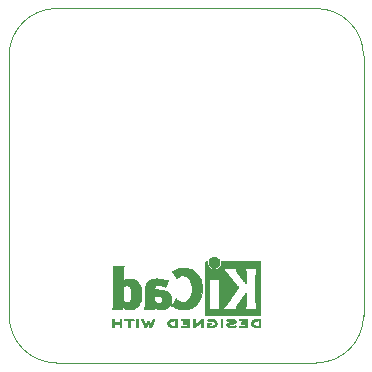
<source format=gbr>
%TF.GenerationSoftware,KiCad,Pcbnew,5.1.6+dfsg1-1~bpo10+1*%
%TF.CreationDate,2021-07-29T14:25:11+02:00*%
%TF.ProjectId,PW_Cond,50575f43-6f6e-4642-9e6b-696361645f70,rev?*%
%TF.SameCoordinates,Original*%
%TF.FileFunction,Legend,Bot*%
%TF.FilePolarity,Positive*%
%FSLAX46Y46*%
G04 Gerber Fmt 4.6, Leading zero omitted, Abs format (unit mm)*
G04 Created by KiCad (PCBNEW 5.1.6+dfsg1-1~bpo10+1) date 2021-07-29 14:25:11*
%MOMM*%
%LPD*%
G01*
G04 APERTURE LIST*
%TA.AperFunction,Profile*%
%ADD10C,0.050000*%
%TD*%
%ADD11C,0.010000*%
G04 APERTURE END LIST*
D10*
X122000000Y-126000000D02*
X100000000Y-126000000D01*
X96000000Y-100000000D02*
G75*
G02*
X100000000Y-96000000I4000000J0D01*
G01*
X100000000Y-126000000D02*
G75*
G02*
X96000000Y-122000000I0J4000000D01*
G01*
X126000000Y-122000000D02*
G75*
G02*
X122000000Y-126000000I-4000000J0D01*
G01*
X122000000Y-96000000D02*
G75*
G02*
X126000000Y-100000000I0J-4000000D01*
G01*
X100000000Y-96000000D02*
X122000000Y-96000000D01*
X96000000Y-100000000D02*
X96000000Y-122000000D01*
X126000000Y-100000000D02*
X126000000Y-122000000D01*
D11*
%TO.C,S1*%
G36*
X113273043Y-117026571D02*
G01*
X113176768Y-117050809D01*
X113090184Y-117093641D01*
X113015373Y-117153419D01*
X112954418Y-117228494D01*
X112909399Y-117317220D01*
X112883136Y-117413530D01*
X112877286Y-117510795D01*
X112892140Y-117604654D01*
X112925840Y-117692511D01*
X112976528Y-117771770D01*
X113042345Y-117839836D01*
X113121434Y-117894112D01*
X113211934Y-117932002D01*
X113263200Y-117944426D01*
X113307698Y-117951947D01*
X113341999Y-117954919D01*
X113374960Y-117953094D01*
X113415434Y-117946225D01*
X113448531Y-117939250D01*
X113541947Y-117907741D01*
X113625619Y-117856617D01*
X113697665Y-117787429D01*
X113756200Y-117701728D01*
X113770148Y-117674489D01*
X113786586Y-117638122D01*
X113796894Y-117607582D01*
X113802460Y-117575450D01*
X113804669Y-117534307D01*
X113804948Y-117488222D01*
X113800861Y-117403865D01*
X113787446Y-117334586D01*
X113762256Y-117273961D01*
X113722846Y-117215567D01*
X113684298Y-117171302D01*
X113612406Y-117105484D01*
X113537313Y-117060053D01*
X113454562Y-117032850D01*
X113376928Y-117022576D01*
X113273043Y-117026571D01*
G37*
X113273043Y-117026571D02*
X113176768Y-117050809D01*
X113090184Y-117093641D01*
X113015373Y-117153419D01*
X112954418Y-117228494D01*
X112909399Y-117317220D01*
X112883136Y-117413530D01*
X112877286Y-117510795D01*
X112892140Y-117604654D01*
X112925840Y-117692511D01*
X112976528Y-117771770D01*
X113042345Y-117839836D01*
X113121434Y-117894112D01*
X113211934Y-117932002D01*
X113263200Y-117944426D01*
X113307698Y-117951947D01*
X113341999Y-117954919D01*
X113374960Y-117953094D01*
X113415434Y-117946225D01*
X113448531Y-117939250D01*
X113541947Y-117907741D01*
X113625619Y-117856617D01*
X113697665Y-117787429D01*
X113756200Y-117701728D01*
X113770148Y-117674489D01*
X113786586Y-117638122D01*
X113796894Y-117607582D01*
X113802460Y-117575450D01*
X113804669Y-117534307D01*
X113804948Y-117488222D01*
X113800861Y-117403865D01*
X113787446Y-117334586D01*
X113762256Y-117273961D01*
X113722846Y-117215567D01*
X113684298Y-117171302D01*
X113612406Y-117105484D01*
X113537313Y-117060053D01*
X113454562Y-117032850D01*
X113376928Y-117022576D01*
X113273043Y-117026571D01*
G36*
X104813493Y-119472245D02*
G01*
X104813474Y-119706662D01*
X104813448Y-119919603D01*
X104813375Y-120112168D01*
X104813218Y-120285459D01*
X104812936Y-120440576D01*
X104812491Y-120578620D01*
X104811844Y-120700692D01*
X104810955Y-120807894D01*
X104809787Y-120901326D01*
X104808299Y-120982090D01*
X104806454Y-121051286D01*
X104804211Y-121110015D01*
X104801531Y-121159379D01*
X104798377Y-121200478D01*
X104794708Y-121234413D01*
X104790487Y-121262286D01*
X104785673Y-121285198D01*
X104780227Y-121304249D01*
X104774112Y-121320540D01*
X104767288Y-121335173D01*
X104759715Y-121349249D01*
X104751355Y-121363868D01*
X104746161Y-121372974D01*
X104711896Y-121433689D01*
X105570045Y-121433689D01*
X105570045Y-121337733D01*
X105570776Y-121294370D01*
X105572728Y-121261205D01*
X105575537Y-121243424D01*
X105576779Y-121241778D01*
X105588201Y-121248662D01*
X105610916Y-121266505D01*
X105633615Y-121285879D01*
X105688200Y-121326614D01*
X105757679Y-121367617D01*
X105834730Y-121405123D01*
X105912035Y-121435364D01*
X105942887Y-121445012D01*
X106011384Y-121459578D01*
X106094236Y-121469539D01*
X106183629Y-121474583D01*
X106271752Y-121474396D01*
X106350793Y-121468666D01*
X106388489Y-121462858D01*
X106526586Y-121424797D01*
X106653887Y-121367073D01*
X106769708Y-121290211D01*
X106873363Y-121194739D01*
X106964167Y-121081179D01*
X107030969Y-120970381D01*
X107085836Y-120853625D01*
X107127837Y-120734276D01*
X107157833Y-120608283D01*
X107176689Y-120471594D01*
X107185268Y-120320158D01*
X107185994Y-120242711D01*
X107183900Y-120185934D01*
X106354783Y-120185934D01*
X106354576Y-120279002D01*
X106351663Y-120366692D01*
X106346000Y-120443772D01*
X106337545Y-120505009D01*
X106334962Y-120517350D01*
X106303160Y-120624633D01*
X106261502Y-120711658D01*
X106209637Y-120778642D01*
X106147219Y-120825805D01*
X106073900Y-120853365D01*
X105989331Y-120861541D01*
X105893165Y-120850551D01*
X105829689Y-120834829D01*
X105780546Y-120816639D01*
X105726417Y-120790791D01*
X105685756Y-120767089D01*
X105615200Y-120720721D01*
X105615200Y-119570530D01*
X105682608Y-119526962D01*
X105761133Y-119486040D01*
X105845319Y-119459389D01*
X105930443Y-119447465D01*
X106011784Y-119450722D01*
X106084620Y-119469615D01*
X106116574Y-119485184D01*
X106174499Y-119528181D01*
X106223456Y-119584953D01*
X106264610Y-119657575D01*
X106299126Y-119748121D01*
X106328167Y-119858666D01*
X106329448Y-119864533D01*
X106339619Y-119926788D01*
X106347261Y-120004594D01*
X106352330Y-120092720D01*
X106354783Y-120185934D01*
X107183900Y-120185934D01*
X107178143Y-120029895D01*
X107156198Y-119834059D01*
X107120214Y-119655332D01*
X107070241Y-119493845D01*
X107006332Y-119349726D01*
X106928538Y-119223106D01*
X106836911Y-119114115D01*
X106731503Y-119022883D01*
X106686338Y-118991932D01*
X106585389Y-118935785D01*
X106482099Y-118896174D01*
X106372011Y-118872014D01*
X106250670Y-118862219D01*
X106158164Y-118863265D01*
X106028510Y-118874231D01*
X105915916Y-118896046D01*
X105817125Y-118929714D01*
X105728879Y-118976236D01*
X105680014Y-119010448D01*
X105650647Y-119032362D01*
X105628957Y-119047333D01*
X105620747Y-119051733D01*
X105619132Y-119040904D01*
X105617841Y-119010251D01*
X105616862Y-118962526D01*
X105616183Y-118900479D01*
X105615790Y-118826862D01*
X105615670Y-118744427D01*
X105615812Y-118655925D01*
X105616203Y-118564107D01*
X105616829Y-118471724D01*
X105617680Y-118381528D01*
X105618740Y-118296271D01*
X105619999Y-118218703D01*
X105621444Y-118151576D01*
X105623062Y-118097641D01*
X105624839Y-118059650D01*
X105625331Y-118052667D01*
X105632908Y-117982251D01*
X105644469Y-117927102D01*
X105662208Y-117879981D01*
X105688318Y-117833647D01*
X105694585Y-117824067D01*
X105719017Y-117787378D01*
X104813689Y-117787378D01*
X104813493Y-119472245D01*
G37*
X104813493Y-119472245D02*
X104813474Y-119706662D01*
X104813448Y-119919603D01*
X104813375Y-120112168D01*
X104813218Y-120285459D01*
X104812936Y-120440576D01*
X104812491Y-120578620D01*
X104811844Y-120700692D01*
X104810955Y-120807894D01*
X104809787Y-120901326D01*
X104808299Y-120982090D01*
X104806454Y-121051286D01*
X104804211Y-121110015D01*
X104801531Y-121159379D01*
X104798377Y-121200478D01*
X104794708Y-121234413D01*
X104790487Y-121262286D01*
X104785673Y-121285198D01*
X104780227Y-121304249D01*
X104774112Y-121320540D01*
X104767288Y-121335173D01*
X104759715Y-121349249D01*
X104751355Y-121363868D01*
X104746161Y-121372974D01*
X104711896Y-121433689D01*
X105570045Y-121433689D01*
X105570045Y-121337733D01*
X105570776Y-121294370D01*
X105572728Y-121261205D01*
X105575537Y-121243424D01*
X105576779Y-121241778D01*
X105588201Y-121248662D01*
X105610916Y-121266505D01*
X105633615Y-121285879D01*
X105688200Y-121326614D01*
X105757679Y-121367617D01*
X105834730Y-121405123D01*
X105912035Y-121435364D01*
X105942887Y-121445012D01*
X106011384Y-121459578D01*
X106094236Y-121469539D01*
X106183629Y-121474583D01*
X106271752Y-121474396D01*
X106350793Y-121468666D01*
X106388489Y-121462858D01*
X106526586Y-121424797D01*
X106653887Y-121367073D01*
X106769708Y-121290211D01*
X106873363Y-121194739D01*
X106964167Y-121081179D01*
X107030969Y-120970381D01*
X107085836Y-120853625D01*
X107127837Y-120734276D01*
X107157833Y-120608283D01*
X107176689Y-120471594D01*
X107185268Y-120320158D01*
X107185994Y-120242711D01*
X107183900Y-120185934D01*
X106354783Y-120185934D01*
X106354576Y-120279002D01*
X106351663Y-120366692D01*
X106346000Y-120443772D01*
X106337545Y-120505009D01*
X106334962Y-120517350D01*
X106303160Y-120624633D01*
X106261502Y-120711658D01*
X106209637Y-120778642D01*
X106147219Y-120825805D01*
X106073900Y-120853365D01*
X105989331Y-120861541D01*
X105893165Y-120850551D01*
X105829689Y-120834829D01*
X105780546Y-120816639D01*
X105726417Y-120790791D01*
X105685756Y-120767089D01*
X105615200Y-120720721D01*
X105615200Y-119570530D01*
X105682608Y-119526962D01*
X105761133Y-119486040D01*
X105845319Y-119459389D01*
X105930443Y-119447465D01*
X106011784Y-119450722D01*
X106084620Y-119469615D01*
X106116574Y-119485184D01*
X106174499Y-119528181D01*
X106223456Y-119584953D01*
X106264610Y-119657575D01*
X106299126Y-119748121D01*
X106328167Y-119858666D01*
X106329448Y-119864533D01*
X106339619Y-119926788D01*
X106347261Y-120004594D01*
X106352330Y-120092720D01*
X106354783Y-120185934D01*
X107183900Y-120185934D01*
X107178143Y-120029895D01*
X107156198Y-119834059D01*
X107120214Y-119655332D01*
X107070241Y-119493845D01*
X107006332Y-119349726D01*
X106928538Y-119223106D01*
X106836911Y-119114115D01*
X106731503Y-119022883D01*
X106686338Y-118991932D01*
X106585389Y-118935785D01*
X106482099Y-118896174D01*
X106372011Y-118872014D01*
X106250670Y-118862219D01*
X106158164Y-118863265D01*
X106028510Y-118874231D01*
X105915916Y-118896046D01*
X105817125Y-118929714D01*
X105728879Y-118976236D01*
X105680014Y-119010448D01*
X105650647Y-119032362D01*
X105628957Y-119047333D01*
X105620747Y-119051733D01*
X105619132Y-119040904D01*
X105617841Y-119010251D01*
X105616862Y-118962526D01*
X105616183Y-118900479D01*
X105615790Y-118826862D01*
X105615670Y-118744427D01*
X105615812Y-118655925D01*
X105616203Y-118564107D01*
X105616829Y-118471724D01*
X105617680Y-118381528D01*
X105618740Y-118296271D01*
X105619999Y-118218703D01*
X105621444Y-118151576D01*
X105623062Y-118097641D01*
X105624839Y-118059650D01*
X105625331Y-118052667D01*
X105632908Y-117982251D01*
X105644469Y-117927102D01*
X105662208Y-117879981D01*
X105688318Y-117833647D01*
X105694585Y-117824067D01*
X105719017Y-117787378D01*
X104813689Y-117787378D01*
X104813493Y-119472245D01*
G36*
X108326426Y-118866552D02*
G01*
X108174508Y-118886567D01*
X108039244Y-118920202D01*
X107919761Y-118967725D01*
X107815185Y-119029405D01*
X107737576Y-119092965D01*
X107668735Y-119167099D01*
X107614994Y-119246871D01*
X107572090Y-119339091D01*
X107556616Y-119382161D01*
X107543756Y-119421142D01*
X107532554Y-119457289D01*
X107522880Y-119492434D01*
X107514604Y-119528410D01*
X107507597Y-119567050D01*
X107501728Y-119610185D01*
X107496869Y-119659649D01*
X107492890Y-119717273D01*
X107489660Y-119784891D01*
X107487051Y-119864334D01*
X107484933Y-119957436D01*
X107483176Y-120066027D01*
X107481651Y-120191942D01*
X107480228Y-120337012D01*
X107478975Y-120479778D01*
X107477649Y-120635968D01*
X107476444Y-120771239D01*
X107475234Y-120887246D01*
X107473894Y-120985645D01*
X107472300Y-121068093D01*
X107470325Y-121136246D01*
X107467844Y-121191760D01*
X107464731Y-121236292D01*
X107460862Y-121271498D01*
X107456111Y-121299034D01*
X107450352Y-121320556D01*
X107443461Y-121337722D01*
X107435311Y-121352186D01*
X107425777Y-121365606D01*
X107414734Y-121379638D01*
X107410434Y-121385071D01*
X107394614Y-121407910D01*
X107387578Y-121423463D01*
X107387556Y-121423922D01*
X107398433Y-121426121D01*
X107429418Y-121428147D01*
X107478043Y-121429942D01*
X107541837Y-121431451D01*
X107618331Y-121432616D01*
X107705056Y-121433380D01*
X107799543Y-121433686D01*
X107810450Y-121433689D01*
X108233343Y-121433689D01*
X108236605Y-121337622D01*
X108239867Y-121241556D01*
X108301956Y-121292543D01*
X108399286Y-121360057D01*
X108509187Y-121414749D01*
X108595651Y-121444978D01*
X108664722Y-121459666D01*
X108748075Y-121469659D01*
X108837841Y-121474646D01*
X108926155Y-121474313D01*
X109005149Y-121468351D01*
X109041378Y-121462638D01*
X109181397Y-121424776D01*
X109307822Y-121369932D01*
X109419740Y-121298924D01*
X109516238Y-121212568D01*
X109596400Y-121111679D01*
X109659313Y-120997076D01*
X109703688Y-120870984D01*
X109716022Y-120814401D01*
X109723632Y-120752202D01*
X109727261Y-120677363D01*
X109727755Y-120643467D01*
X109727690Y-120640282D01*
X108967752Y-120640282D01*
X108958459Y-120715333D01*
X108930272Y-120779160D01*
X108881803Y-120834798D01*
X108876746Y-120839211D01*
X108828452Y-120874037D01*
X108776743Y-120896620D01*
X108716011Y-120908540D01*
X108640648Y-120911383D01*
X108622541Y-120910978D01*
X108568722Y-120908325D01*
X108528692Y-120902909D01*
X108493676Y-120892745D01*
X108454897Y-120875850D01*
X108444255Y-120870672D01*
X108383604Y-120834844D01*
X108336785Y-120792212D01*
X108324048Y-120776973D01*
X108279378Y-120720462D01*
X108279378Y-120524586D01*
X108279914Y-120445939D01*
X108281604Y-120387988D01*
X108284572Y-120348875D01*
X108288943Y-120326741D01*
X108293028Y-120320274D01*
X108308953Y-120317111D01*
X108342736Y-120314488D01*
X108389660Y-120312655D01*
X108445007Y-120311857D01*
X108453894Y-120311842D01*
X108574670Y-120317096D01*
X108677340Y-120333263D01*
X108763894Y-120360961D01*
X108836319Y-120400808D01*
X108891249Y-120447758D01*
X108935796Y-120505645D01*
X108960520Y-120568693D01*
X108967752Y-120640282D01*
X109727690Y-120640282D01*
X109725822Y-120549712D01*
X109717478Y-120470812D01*
X109701232Y-120399590D01*
X109675595Y-120328864D01*
X109651599Y-120276493D01*
X109592980Y-120181196D01*
X109514883Y-120093170D01*
X109419685Y-120014017D01*
X109309762Y-119945340D01*
X109187490Y-119888741D01*
X109055245Y-119845821D01*
X108990578Y-119830882D01*
X108854396Y-119808777D01*
X108705951Y-119794194D01*
X108554495Y-119787813D01*
X108427936Y-119789445D01*
X108266050Y-119796224D01*
X108273470Y-119737245D01*
X108292762Y-119638092D01*
X108323896Y-119557372D01*
X108367731Y-119494466D01*
X108425129Y-119448756D01*
X108496952Y-119419622D01*
X108584059Y-119406447D01*
X108687314Y-119408611D01*
X108725289Y-119412612D01*
X108866480Y-119437780D01*
X109003293Y-119478814D01*
X109097822Y-119516815D01*
X109142982Y-119536190D01*
X109181415Y-119551760D01*
X109207766Y-119561405D01*
X109215454Y-119563452D01*
X109225198Y-119554374D01*
X109241917Y-119525405D01*
X109265768Y-119476217D01*
X109296907Y-119406484D01*
X109335493Y-119315879D01*
X109342090Y-119300089D01*
X109372147Y-119227772D01*
X109399126Y-119162425D01*
X109421864Y-119106906D01*
X109439194Y-119064072D01*
X109449952Y-119036781D01*
X109453059Y-119027942D01*
X109443060Y-119023187D01*
X109416783Y-119017910D01*
X109388511Y-119014231D01*
X109358354Y-119009474D01*
X109310567Y-119000028D01*
X109249388Y-118986820D01*
X109179054Y-118970776D01*
X109103806Y-118952820D01*
X109075245Y-118945797D01*
X108970184Y-118920209D01*
X108882520Y-118900147D01*
X108807932Y-118884969D01*
X108742097Y-118874035D01*
X108680693Y-118866704D01*
X108619398Y-118862335D01*
X108553890Y-118860287D01*
X108495872Y-118859889D01*
X108326426Y-118866552D01*
G37*
X108326426Y-118866552D02*
X108174508Y-118886567D01*
X108039244Y-118920202D01*
X107919761Y-118967725D01*
X107815185Y-119029405D01*
X107737576Y-119092965D01*
X107668735Y-119167099D01*
X107614994Y-119246871D01*
X107572090Y-119339091D01*
X107556616Y-119382161D01*
X107543756Y-119421142D01*
X107532554Y-119457289D01*
X107522880Y-119492434D01*
X107514604Y-119528410D01*
X107507597Y-119567050D01*
X107501728Y-119610185D01*
X107496869Y-119659649D01*
X107492890Y-119717273D01*
X107489660Y-119784891D01*
X107487051Y-119864334D01*
X107484933Y-119957436D01*
X107483176Y-120066027D01*
X107481651Y-120191942D01*
X107480228Y-120337012D01*
X107478975Y-120479778D01*
X107477649Y-120635968D01*
X107476444Y-120771239D01*
X107475234Y-120887246D01*
X107473894Y-120985645D01*
X107472300Y-121068093D01*
X107470325Y-121136246D01*
X107467844Y-121191760D01*
X107464731Y-121236292D01*
X107460862Y-121271498D01*
X107456111Y-121299034D01*
X107450352Y-121320556D01*
X107443461Y-121337722D01*
X107435311Y-121352186D01*
X107425777Y-121365606D01*
X107414734Y-121379638D01*
X107410434Y-121385071D01*
X107394614Y-121407910D01*
X107387578Y-121423463D01*
X107387556Y-121423922D01*
X107398433Y-121426121D01*
X107429418Y-121428147D01*
X107478043Y-121429942D01*
X107541837Y-121431451D01*
X107618331Y-121432616D01*
X107705056Y-121433380D01*
X107799543Y-121433686D01*
X107810450Y-121433689D01*
X108233343Y-121433689D01*
X108236605Y-121337622D01*
X108239867Y-121241556D01*
X108301956Y-121292543D01*
X108399286Y-121360057D01*
X108509187Y-121414749D01*
X108595651Y-121444978D01*
X108664722Y-121459666D01*
X108748075Y-121469659D01*
X108837841Y-121474646D01*
X108926155Y-121474313D01*
X109005149Y-121468351D01*
X109041378Y-121462638D01*
X109181397Y-121424776D01*
X109307822Y-121369932D01*
X109419740Y-121298924D01*
X109516238Y-121212568D01*
X109596400Y-121111679D01*
X109659313Y-120997076D01*
X109703688Y-120870984D01*
X109716022Y-120814401D01*
X109723632Y-120752202D01*
X109727261Y-120677363D01*
X109727755Y-120643467D01*
X109727690Y-120640282D01*
X108967752Y-120640282D01*
X108958459Y-120715333D01*
X108930272Y-120779160D01*
X108881803Y-120834798D01*
X108876746Y-120839211D01*
X108828452Y-120874037D01*
X108776743Y-120896620D01*
X108716011Y-120908540D01*
X108640648Y-120911383D01*
X108622541Y-120910978D01*
X108568722Y-120908325D01*
X108528692Y-120902909D01*
X108493676Y-120892745D01*
X108454897Y-120875850D01*
X108444255Y-120870672D01*
X108383604Y-120834844D01*
X108336785Y-120792212D01*
X108324048Y-120776973D01*
X108279378Y-120720462D01*
X108279378Y-120524586D01*
X108279914Y-120445939D01*
X108281604Y-120387988D01*
X108284572Y-120348875D01*
X108288943Y-120326741D01*
X108293028Y-120320274D01*
X108308953Y-120317111D01*
X108342736Y-120314488D01*
X108389660Y-120312655D01*
X108445007Y-120311857D01*
X108453894Y-120311842D01*
X108574670Y-120317096D01*
X108677340Y-120333263D01*
X108763894Y-120360961D01*
X108836319Y-120400808D01*
X108891249Y-120447758D01*
X108935796Y-120505645D01*
X108960520Y-120568693D01*
X108967752Y-120640282D01*
X109727690Y-120640282D01*
X109725822Y-120549712D01*
X109717478Y-120470812D01*
X109701232Y-120399590D01*
X109675595Y-120328864D01*
X109651599Y-120276493D01*
X109592980Y-120181196D01*
X109514883Y-120093170D01*
X109419685Y-120014017D01*
X109309762Y-119945340D01*
X109187490Y-119888741D01*
X109055245Y-119845821D01*
X108990578Y-119830882D01*
X108854396Y-119808777D01*
X108705951Y-119794194D01*
X108554495Y-119787813D01*
X108427936Y-119789445D01*
X108266050Y-119796224D01*
X108273470Y-119737245D01*
X108292762Y-119638092D01*
X108323896Y-119557372D01*
X108367731Y-119494466D01*
X108425129Y-119448756D01*
X108496952Y-119419622D01*
X108584059Y-119406447D01*
X108687314Y-119408611D01*
X108725289Y-119412612D01*
X108866480Y-119437780D01*
X109003293Y-119478814D01*
X109097822Y-119516815D01*
X109142982Y-119536190D01*
X109181415Y-119551760D01*
X109207766Y-119561405D01*
X109215454Y-119563452D01*
X109225198Y-119554374D01*
X109241917Y-119525405D01*
X109265768Y-119476217D01*
X109296907Y-119406484D01*
X109335493Y-119315879D01*
X109342090Y-119300089D01*
X109372147Y-119227772D01*
X109399126Y-119162425D01*
X109421864Y-119106906D01*
X109439194Y-119064072D01*
X109449952Y-119036781D01*
X109453059Y-119027942D01*
X109443060Y-119023187D01*
X109416783Y-119017910D01*
X109388511Y-119014231D01*
X109358354Y-119009474D01*
X109310567Y-119000028D01*
X109249388Y-118986820D01*
X109179054Y-118970776D01*
X109103806Y-118952820D01*
X109075245Y-118945797D01*
X108970184Y-118920209D01*
X108882520Y-118900147D01*
X108807932Y-118884969D01*
X108742097Y-118874035D01*
X108680693Y-118866704D01*
X108619398Y-118862335D01*
X108553890Y-118860287D01*
X108495872Y-118859889D01*
X108326426Y-118866552D01*
G36*
X110671571Y-117949071D02*
G01*
X110511430Y-117970245D01*
X110347490Y-118010385D01*
X110177687Y-118069889D01*
X109999957Y-118149154D01*
X109988690Y-118154699D01*
X109930995Y-118182725D01*
X109879448Y-118206802D01*
X109837809Y-118225249D01*
X109809838Y-118236386D01*
X109800267Y-118238933D01*
X109781050Y-118243941D01*
X109776439Y-118248147D01*
X109781542Y-118258580D01*
X109797582Y-118284868D01*
X109822712Y-118324257D01*
X109855086Y-118373991D01*
X109892857Y-118431315D01*
X109934178Y-118493476D01*
X109977202Y-118557718D01*
X110020083Y-118621285D01*
X110060974Y-118681425D01*
X110098029Y-118735380D01*
X110129400Y-118780397D01*
X110153241Y-118813721D01*
X110167706Y-118832597D01*
X110169691Y-118834787D01*
X110179809Y-118830138D01*
X110202150Y-118812962D01*
X110232720Y-118786440D01*
X110248464Y-118771964D01*
X110344953Y-118696682D01*
X110451664Y-118641241D01*
X110567168Y-118606141D01*
X110690038Y-118591880D01*
X110759439Y-118593051D01*
X110880577Y-118610212D01*
X110989795Y-118646094D01*
X111087418Y-118700959D01*
X111173772Y-118775070D01*
X111249185Y-118868688D01*
X111313982Y-118982076D01*
X111351399Y-119068667D01*
X111395252Y-119204366D01*
X111427572Y-119351850D01*
X111448443Y-119507314D01*
X111457949Y-119666956D01*
X111456173Y-119826973D01*
X111443197Y-119983561D01*
X111419106Y-120132918D01*
X111383982Y-120271240D01*
X111337908Y-120394724D01*
X111321627Y-120428978D01*
X111253380Y-120543064D01*
X111172921Y-120639557D01*
X111081430Y-120717670D01*
X110980089Y-120776617D01*
X110870080Y-120815612D01*
X110752585Y-120833868D01*
X110711117Y-120835211D01*
X110589559Y-120824290D01*
X110469122Y-120791474D01*
X110351334Y-120737439D01*
X110237723Y-120662865D01*
X110146315Y-120584539D01*
X110099785Y-120540008D01*
X109918517Y-120837271D01*
X109873420Y-120911433D01*
X109832181Y-120979646D01*
X109796265Y-121039459D01*
X109767134Y-121088420D01*
X109746250Y-121124079D01*
X109735076Y-121143984D01*
X109733625Y-121147079D01*
X109741854Y-121156718D01*
X109767433Y-121173999D01*
X109807127Y-121197283D01*
X109857703Y-121224934D01*
X109915926Y-121255315D01*
X109978563Y-121286790D01*
X110042379Y-121317722D01*
X110104140Y-121346473D01*
X110160612Y-121371408D01*
X110208562Y-121390889D01*
X110232014Y-121399318D01*
X110365779Y-121437133D01*
X110503673Y-121462136D01*
X110651378Y-121475140D01*
X110778167Y-121477468D01*
X110846122Y-121476373D01*
X110911723Y-121474275D01*
X110969153Y-121471434D01*
X111012597Y-121468106D01*
X111026702Y-121466422D01*
X111165716Y-121437587D01*
X111307243Y-121392468D01*
X111444725Y-121333750D01*
X111571606Y-121264120D01*
X111649111Y-121211441D01*
X111776519Y-121103239D01*
X111894822Y-120976671D01*
X112001828Y-120834866D01*
X112095348Y-120680951D01*
X112173190Y-120518053D01*
X112217044Y-120400756D01*
X112267292Y-120217128D01*
X112300791Y-120022581D01*
X112317551Y-119821325D01*
X112317584Y-119617568D01*
X112300899Y-119415521D01*
X112267507Y-119219392D01*
X112217420Y-119033391D01*
X112213603Y-119021803D01*
X112150719Y-118859750D01*
X112073972Y-118711832D01*
X111980758Y-118573865D01*
X111868473Y-118441661D01*
X111824608Y-118396399D01*
X111688466Y-118272457D01*
X111548509Y-118169915D01*
X111402589Y-118087656D01*
X111248558Y-118024564D01*
X111084268Y-117979523D01*
X110988711Y-117962033D01*
X110829977Y-117946466D01*
X110671571Y-117949071D01*
G37*
X110671571Y-117949071D02*
X110511430Y-117970245D01*
X110347490Y-118010385D01*
X110177687Y-118069889D01*
X109999957Y-118149154D01*
X109988690Y-118154699D01*
X109930995Y-118182725D01*
X109879448Y-118206802D01*
X109837809Y-118225249D01*
X109809838Y-118236386D01*
X109800267Y-118238933D01*
X109781050Y-118243941D01*
X109776439Y-118248147D01*
X109781542Y-118258580D01*
X109797582Y-118284868D01*
X109822712Y-118324257D01*
X109855086Y-118373991D01*
X109892857Y-118431315D01*
X109934178Y-118493476D01*
X109977202Y-118557718D01*
X110020083Y-118621285D01*
X110060974Y-118681425D01*
X110098029Y-118735380D01*
X110129400Y-118780397D01*
X110153241Y-118813721D01*
X110167706Y-118832597D01*
X110169691Y-118834787D01*
X110179809Y-118830138D01*
X110202150Y-118812962D01*
X110232720Y-118786440D01*
X110248464Y-118771964D01*
X110344953Y-118696682D01*
X110451664Y-118641241D01*
X110567168Y-118606141D01*
X110690038Y-118591880D01*
X110759439Y-118593051D01*
X110880577Y-118610212D01*
X110989795Y-118646094D01*
X111087418Y-118700959D01*
X111173772Y-118775070D01*
X111249185Y-118868688D01*
X111313982Y-118982076D01*
X111351399Y-119068667D01*
X111395252Y-119204366D01*
X111427572Y-119351850D01*
X111448443Y-119507314D01*
X111457949Y-119666956D01*
X111456173Y-119826973D01*
X111443197Y-119983561D01*
X111419106Y-120132918D01*
X111383982Y-120271240D01*
X111337908Y-120394724D01*
X111321627Y-120428978D01*
X111253380Y-120543064D01*
X111172921Y-120639557D01*
X111081430Y-120717670D01*
X110980089Y-120776617D01*
X110870080Y-120815612D01*
X110752585Y-120833868D01*
X110711117Y-120835211D01*
X110589559Y-120824290D01*
X110469122Y-120791474D01*
X110351334Y-120737439D01*
X110237723Y-120662865D01*
X110146315Y-120584539D01*
X110099785Y-120540008D01*
X109918517Y-120837271D01*
X109873420Y-120911433D01*
X109832181Y-120979646D01*
X109796265Y-121039459D01*
X109767134Y-121088420D01*
X109746250Y-121124079D01*
X109735076Y-121143984D01*
X109733625Y-121147079D01*
X109741854Y-121156718D01*
X109767433Y-121173999D01*
X109807127Y-121197283D01*
X109857703Y-121224934D01*
X109915926Y-121255315D01*
X109978563Y-121286790D01*
X110042379Y-121317722D01*
X110104140Y-121346473D01*
X110160612Y-121371408D01*
X110208562Y-121390889D01*
X110232014Y-121399318D01*
X110365779Y-121437133D01*
X110503673Y-121462136D01*
X110651378Y-121475140D01*
X110778167Y-121477468D01*
X110846122Y-121476373D01*
X110911723Y-121474275D01*
X110969153Y-121471434D01*
X111012597Y-121468106D01*
X111026702Y-121466422D01*
X111165716Y-121437587D01*
X111307243Y-121392468D01*
X111444725Y-121333750D01*
X111571606Y-121264120D01*
X111649111Y-121211441D01*
X111776519Y-121103239D01*
X111894822Y-120976671D01*
X112001828Y-120834866D01*
X112095348Y-120680951D01*
X112173190Y-120518053D01*
X112217044Y-120400756D01*
X112267292Y-120217128D01*
X112300791Y-120022581D01*
X112317551Y-119821325D01*
X112317584Y-119617568D01*
X112300899Y-119415521D01*
X112267507Y-119219392D01*
X112217420Y-119033391D01*
X112213603Y-119021803D01*
X112150719Y-118859750D01*
X112073972Y-118711832D01*
X111980758Y-118573865D01*
X111868473Y-118441661D01*
X111824608Y-118396399D01*
X111688466Y-118272457D01*
X111548509Y-118169915D01*
X111402589Y-118087656D01*
X111248558Y-118024564D01*
X111084268Y-117979523D01*
X110988711Y-117962033D01*
X110829977Y-117946466D01*
X110671571Y-117949071D01*
G36*
X113946400Y-117489054D02*
G01*
X113935535Y-117602993D01*
X113903918Y-117710616D01*
X113853015Y-117809615D01*
X113784293Y-117897684D01*
X113699219Y-117972516D01*
X113602232Y-118030384D01*
X113495964Y-118070005D01*
X113388950Y-118088573D01*
X113283300Y-118087434D01*
X113181125Y-118067930D01*
X113084534Y-118031406D01*
X112995638Y-117979205D01*
X112916546Y-117912673D01*
X112849369Y-117833152D01*
X112796217Y-117741987D01*
X112759199Y-117640523D01*
X112740427Y-117530102D01*
X112738489Y-117480206D01*
X112738489Y-117392267D01*
X112686560Y-117392267D01*
X112650253Y-117395111D01*
X112623355Y-117406911D01*
X112596249Y-117430649D01*
X112557867Y-117469031D01*
X112557867Y-119660602D01*
X112557876Y-119922739D01*
X112557908Y-120163241D01*
X112557972Y-120383048D01*
X112558076Y-120583101D01*
X112558227Y-120764344D01*
X112558434Y-120927716D01*
X112558706Y-121074160D01*
X112559050Y-121204617D01*
X112559474Y-121320029D01*
X112559987Y-121421338D01*
X112560597Y-121509484D01*
X112561312Y-121585410D01*
X112562140Y-121650057D01*
X112563089Y-121704367D01*
X112564167Y-121749280D01*
X112565383Y-121785740D01*
X112566745Y-121814687D01*
X112568261Y-121837063D01*
X112569938Y-121853809D01*
X112571786Y-121865868D01*
X112573813Y-121874180D01*
X112576025Y-121879687D01*
X112577108Y-121881537D01*
X112581271Y-121888549D01*
X112584805Y-121894996D01*
X112588635Y-121900900D01*
X112593682Y-121906286D01*
X112600871Y-121911178D01*
X112611123Y-121915598D01*
X112625364Y-121919572D01*
X112644514Y-121923121D01*
X112669499Y-121926270D01*
X112701240Y-121929042D01*
X112740662Y-121931461D01*
X112788686Y-121933551D01*
X112846237Y-121935335D01*
X112914237Y-121936837D01*
X112993610Y-121938080D01*
X113085279Y-121939089D01*
X113190166Y-121939885D01*
X113309196Y-121940494D01*
X113443290Y-121940939D01*
X113593373Y-121941243D01*
X113760367Y-121941430D01*
X113945196Y-121941524D01*
X114148783Y-121941548D01*
X114372050Y-121941525D01*
X114615922Y-121941480D01*
X114881321Y-121941437D01*
X114919704Y-121941432D01*
X115186682Y-121941389D01*
X115432002Y-121941318D01*
X115656583Y-121941213D01*
X115861345Y-121941066D01*
X116047206Y-121940869D01*
X116215088Y-121940616D01*
X116365908Y-121940300D01*
X116500587Y-121939913D01*
X116620044Y-121939447D01*
X116725199Y-121938897D01*
X116816971Y-121938253D01*
X116896279Y-121937511D01*
X116964043Y-121936661D01*
X117021182Y-121935697D01*
X117068617Y-121934611D01*
X117107266Y-121933397D01*
X117138049Y-121932047D01*
X117161885Y-121930555D01*
X117179694Y-121928911D01*
X117192395Y-121927111D01*
X117200908Y-121925145D01*
X117205266Y-121923477D01*
X117213728Y-121919906D01*
X117221497Y-121917270D01*
X117228602Y-121914634D01*
X117235073Y-121911062D01*
X117240939Y-121905621D01*
X117246229Y-121897375D01*
X117250974Y-121885390D01*
X117255202Y-121868731D01*
X117258943Y-121846463D01*
X117262227Y-121817652D01*
X117265083Y-121781363D01*
X117267540Y-121736661D01*
X117269629Y-121682611D01*
X117271378Y-121618279D01*
X117272817Y-121542730D01*
X117273976Y-121455030D01*
X117274883Y-121354243D01*
X117275569Y-121239434D01*
X117276063Y-121109670D01*
X117276395Y-120964015D01*
X117276593Y-120801535D01*
X117276687Y-120621295D01*
X117276708Y-120422360D01*
X117276685Y-120203796D01*
X117276646Y-119964668D01*
X117276622Y-119704040D01*
X117276622Y-119661889D01*
X117276636Y-119398992D01*
X117276661Y-119157732D01*
X117276671Y-118937165D01*
X117276642Y-118736352D01*
X117276548Y-118554349D01*
X117276362Y-118390216D01*
X117276059Y-118243011D01*
X117275614Y-118111792D01*
X117275034Y-118001867D01*
X116972197Y-118001867D01*
X116932407Y-118059711D01*
X116921236Y-118075479D01*
X116911166Y-118089441D01*
X116902138Y-118102784D01*
X116894097Y-118116693D01*
X116886986Y-118132356D01*
X116880747Y-118150958D01*
X116875325Y-118173686D01*
X116870662Y-118201727D01*
X116866701Y-118236267D01*
X116863385Y-118278492D01*
X116860659Y-118329589D01*
X116858464Y-118390744D01*
X116856745Y-118463144D01*
X116855444Y-118547975D01*
X116854505Y-118646422D01*
X116853870Y-118759674D01*
X116853484Y-118888916D01*
X116853288Y-119035334D01*
X116853227Y-119200116D01*
X116853243Y-119384447D01*
X116853280Y-119589513D01*
X116853289Y-119712133D01*
X116853265Y-119929082D01*
X116853231Y-120124642D01*
X116853243Y-120299999D01*
X116853358Y-120456341D01*
X116853630Y-120594857D01*
X116854118Y-120716734D01*
X116854876Y-120823160D01*
X116855962Y-120915322D01*
X116857431Y-120994409D01*
X116859340Y-121061608D01*
X116861744Y-121118107D01*
X116864701Y-121165093D01*
X116868266Y-121203755D01*
X116872495Y-121235280D01*
X116877446Y-121260855D01*
X116883173Y-121281670D01*
X116889733Y-121298911D01*
X116897183Y-121313765D01*
X116905579Y-121327422D01*
X116914976Y-121341069D01*
X116925432Y-121355893D01*
X116931523Y-121364783D01*
X116970296Y-121422400D01*
X116438732Y-121422400D01*
X116315483Y-121422365D01*
X116212987Y-121422215D01*
X116129420Y-121421878D01*
X116062956Y-121421286D01*
X116011771Y-121420367D01*
X115974041Y-121419051D01*
X115947940Y-121417269D01*
X115931644Y-121414951D01*
X115923328Y-121412026D01*
X115921168Y-121408424D01*
X115923339Y-121404075D01*
X115924535Y-121402645D01*
X115949685Y-121365573D01*
X115975583Y-121312772D01*
X115999192Y-121250770D01*
X116007461Y-121224357D01*
X116012078Y-121206416D01*
X116015979Y-121185355D01*
X116019248Y-121159089D01*
X116021966Y-121125532D01*
X116024215Y-121082599D01*
X116026077Y-121028204D01*
X116027636Y-120960262D01*
X116028972Y-120876688D01*
X116030169Y-120775395D01*
X116031308Y-120654300D01*
X116031685Y-120609600D01*
X116032702Y-120484449D01*
X116033460Y-120380082D01*
X116033903Y-120294707D01*
X116033970Y-120226533D01*
X116033605Y-120173765D01*
X116032748Y-120134614D01*
X116031341Y-120107285D01*
X116029325Y-120089986D01*
X116026643Y-120080926D01*
X116023236Y-120078312D01*
X116019044Y-120080351D01*
X116014571Y-120084667D01*
X116004216Y-120097602D01*
X115982158Y-120126676D01*
X115949957Y-120169759D01*
X115909174Y-120224718D01*
X115861370Y-120289423D01*
X115808105Y-120361742D01*
X115750940Y-120439544D01*
X115691437Y-120520698D01*
X115631155Y-120603072D01*
X115571655Y-120684536D01*
X115514498Y-120762957D01*
X115461245Y-120836204D01*
X115413457Y-120902147D01*
X115372693Y-120958654D01*
X115340516Y-121003593D01*
X115318485Y-121034834D01*
X115313917Y-121041466D01*
X115290996Y-121078369D01*
X115264188Y-121126359D01*
X115238789Y-121175897D01*
X115235568Y-121182577D01*
X115213890Y-121230772D01*
X115201304Y-121268334D01*
X115195574Y-121304160D01*
X115194456Y-121346200D01*
X115195090Y-121422400D01*
X114040651Y-121422400D01*
X114131815Y-121328669D01*
X114178612Y-121278775D01*
X114228899Y-121222295D01*
X114274944Y-121168026D01*
X114295369Y-121142673D01*
X114325807Y-121103128D01*
X114365862Y-121049916D01*
X114414361Y-120984667D01*
X114470135Y-120909011D01*
X114532011Y-120824577D01*
X114598819Y-120732994D01*
X114669387Y-120635892D01*
X114742545Y-120534901D01*
X114817121Y-120431650D01*
X114891944Y-120327768D01*
X114965843Y-120224885D01*
X115037646Y-120124631D01*
X115106184Y-120028636D01*
X115170284Y-119938527D01*
X115228775Y-119855936D01*
X115280486Y-119782492D01*
X115324247Y-119719824D01*
X115358885Y-119669561D01*
X115383230Y-119633334D01*
X115396111Y-119612771D01*
X115397869Y-119608668D01*
X115389910Y-119597342D01*
X115369115Y-119570162D01*
X115336847Y-119528829D01*
X115294470Y-119475044D01*
X115243347Y-119410506D01*
X115184841Y-119336918D01*
X115120314Y-119255978D01*
X115051131Y-119169388D01*
X114978653Y-119078848D01*
X114904246Y-118986060D01*
X114844517Y-118911702D01*
X113833511Y-118911702D01*
X113827602Y-118924659D01*
X113813272Y-118946908D01*
X113812225Y-118948391D01*
X113793438Y-118978544D01*
X113773791Y-119015375D01*
X113769892Y-119023511D01*
X113766356Y-119031940D01*
X113763230Y-119042059D01*
X113760486Y-119055260D01*
X113758092Y-119072938D01*
X113756019Y-119096484D01*
X113754235Y-119127293D01*
X113752712Y-119166757D01*
X113751419Y-119216269D01*
X113750326Y-119277223D01*
X113749403Y-119351011D01*
X113748619Y-119439028D01*
X113747945Y-119542665D01*
X113747350Y-119663316D01*
X113746805Y-119802374D01*
X113746279Y-119961232D01*
X113745745Y-120140089D01*
X113745206Y-120325207D01*
X113744772Y-120489145D01*
X113744509Y-120633303D01*
X113744484Y-120759079D01*
X113744765Y-120867871D01*
X113745419Y-120961077D01*
X113746514Y-121040097D01*
X113748118Y-121106328D01*
X113750297Y-121161170D01*
X113753119Y-121206021D01*
X113756651Y-121242278D01*
X113760961Y-121271341D01*
X113766117Y-121294609D01*
X113772185Y-121313479D01*
X113779233Y-121329351D01*
X113787329Y-121343622D01*
X113796540Y-121357691D01*
X113805040Y-121370158D01*
X113822176Y-121396452D01*
X113832322Y-121414037D01*
X113833511Y-121417257D01*
X113822604Y-121418334D01*
X113791411Y-121419335D01*
X113742223Y-121420235D01*
X113677333Y-121421010D01*
X113599030Y-121421637D01*
X113509607Y-121422091D01*
X113411356Y-121422349D01*
X113342445Y-121422400D01*
X113237452Y-121422180D01*
X113140610Y-121421548D01*
X113054107Y-121420549D01*
X112980132Y-121419227D01*
X112920874Y-121417626D01*
X112878520Y-121415791D01*
X112855260Y-121413765D01*
X112851378Y-121412493D01*
X112859076Y-121397591D01*
X112867074Y-121389560D01*
X112880246Y-121372434D01*
X112897485Y-121342183D01*
X112909407Y-121317622D01*
X112936045Y-121258711D01*
X112939120Y-120081845D01*
X112942195Y-118904978D01*
X113387853Y-118904978D01*
X113485670Y-118905142D01*
X113576064Y-118905611D01*
X113656630Y-118906347D01*
X113724962Y-118907316D01*
X113778656Y-118908480D01*
X113815305Y-118909803D01*
X113832504Y-118911249D01*
X113833511Y-118911702D01*
X114844517Y-118911702D01*
X114829270Y-118892722D01*
X114755090Y-118800537D01*
X114683069Y-118711204D01*
X114614569Y-118626424D01*
X114550955Y-118547898D01*
X114493588Y-118477326D01*
X114443833Y-118416409D01*
X114403052Y-118366847D01*
X114385888Y-118346178D01*
X114299596Y-118245516D01*
X114222997Y-118162259D01*
X114154183Y-118094438D01*
X114091248Y-118040089D01*
X114081867Y-118032722D01*
X114042356Y-118002117D01*
X115174116Y-118001867D01*
X115168827Y-118049844D01*
X115172130Y-118107188D01*
X115193661Y-118175463D01*
X115233635Y-118255212D01*
X115278943Y-118327495D01*
X115295161Y-118350140D01*
X115323214Y-118387696D01*
X115361430Y-118438021D01*
X115408137Y-118498973D01*
X115461661Y-118568411D01*
X115520331Y-118644194D01*
X115582475Y-118724180D01*
X115646421Y-118806228D01*
X115710495Y-118888196D01*
X115773027Y-118967943D01*
X115832343Y-119043327D01*
X115886771Y-119112207D01*
X115934639Y-119172442D01*
X115974275Y-119221889D01*
X116004006Y-119258408D01*
X116022161Y-119279858D01*
X116025220Y-119283156D01*
X116028079Y-119275149D01*
X116030293Y-119244855D01*
X116031857Y-119192556D01*
X116032767Y-119118531D01*
X116033020Y-119023063D01*
X116032613Y-118906434D01*
X116031704Y-118786445D01*
X116030382Y-118654333D01*
X116028857Y-118542594D01*
X116026881Y-118449025D01*
X116024206Y-118371419D01*
X116020582Y-118307574D01*
X116015761Y-118255283D01*
X116009494Y-118212344D01*
X116001532Y-118176551D01*
X115991627Y-118145700D01*
X115979531Y-118117586D01*
X115964993Y-118090005D01*
X115950311Y-118064966D01*
X115912314Y-118001867D01*
X116972197Y-118001867D01*
X117275034Y-118001867D01*
X117275001Y-117995617D01*
X117274195Y-117893544D01*
X117273170Y-117804633D01*
X117271900Y-117727941D01*
X117270360Y-117662527D01*
X117268524Y-117607449D01*
X117266367Y-117561765D01*
X117263863Y-117524534D01*
X117260987Y-117494813D01*
X117257713Y-117471662D01*
X117254015Y-117454139D01*
X117249869Y-117441301D01*
X117245247Y-117432208D01*
X117240126Y-117425918D01*
X117234478Y-117421488D01*
X117228279Y-117417978D01*
X117221504Y-117414445D01*
X117215508Y-117410876D01*
X117210275Y-117408300D01*
X117202099Y-117405972D01*
X117189886Y-117403878D01*
X117172541Y-117402007D01*
X117148969Y-117400347D01*
X117118077Y-117398884D01*
X117078768Y-117397608D01*
X117029950Y-117396504D01*
X116970527Y-117395561D01*
X116899404Y-117394767D01*
X116815488Y-117394109D01*
X116717683Y-117393575D01*
X116604894Y-117393153D01*
X116476029Y-117392829D01*
X116329991Y-117392592D01*
X116165686Y-117392430D01*
X115982020Y-117392330D01*
X115777897Y-117392280D01*
X115566753Y-117392267D01*
X113946400Y-117392267D01*
X113946400Y-117489054D01*
G37*
X113946400Y-117489054D02*
X113935535Y-117602993D01*
X113903918Y-117710616D01*
X113853015Y-117809615D01*
X113784293Y-117897684D01*
X113699219Y-117972516D01*
X113602232Y-118030384D01*
X113495964Y-118070005D01*
X113388950Y-118088573D01*
X113283300Y-118087434D01*
X113181125Y-118067930D01*
X113084534Y-118031406D01*
X112995638Y-117979205D01*
X112916546Y-117912673D01*
X112849369Y-117833152D01*
X112796217Y-117741987D01*
X112759199Y-117640523D01*
X112740427Y-117530102D01*
X112738489Y-117480206D01*
X112738489Y-117392267D01*
X112686560Y-117392267D01*
X112650253Y-117395111D01*
X112623355Y-117406911D01*
X112596249Y-117430649D01*
X112557867Y-117469031D01*
X112557867Y-119660602D01*
X112557876Y-119922739D01*
X112557908Y-120163241D01*
X112557972Y-120383048D01*
X112558076Y-120583101D01*
X112558227Y-120764344D01*
X112558434Y-120927716D01*
X112558706Y-121074160D01*
X112559050Y-121204617D01*
X112559474Y-121320029D01*
X112559987Y-121421338D01*
X112560597Y-121509484D01*
X112561312Y-121585410D01*
X112562140Y-121650057D01*
X112563089Y-121704367D01*
X112564167Y-121749280D01*
X112565383Y-121785740D01*
X112566745Y-121814687D01*
X112568261Y-121837063D01*
X112569938Y-121853809D01*
X112571786Y-121865868D01*
X112573813Y-121874180D01*
X112576025Y-121879687D01*
X112577108Y-121881537D01*
X112581271Y-121888549D01*
X112584805Y-121894996D01*
X112588635Y-121900900D01*
X112593682Y-121906286D01*
X112600871Y-121911178D01*
X112611123Y-121915598D01*
X112625364Y-121919572D01*
X112644514Y-121923121D01*
X112669499Y-121926270D01*
X112701240Y-121929042D01*
X112740662Y-121931461D01*
X112788686Y-121933551D01*
X112846237Y-121935335D01*
X112914237Y-121936837D01*
X112993610Y-121938080D01*
X113085279Y-121939089D01*
X113190166Y-121939885D01*
X113309196Y-121940494D01*
X113443290Y-121940939D01*
X113593373Y-121941243D01*
X113760367Y-121941430D01*
X113945196Y-121941524D01*
X114148783Y-121941548D01*
X114372050Y-121941525D01*
X114615922Y-121941480D01*
X114881321Y-121941437D01*
X114919704Y-121941432D01*
X115186682Y-121941389D01*
X115432002Y-121941318D01*
X115656583Y-121941213D01*
X115861345Y-121941066D01*
X116047206Y-121940869D01*
X116215088Y-121940616D01*
X116365908Y-121940300D01*
X116500587Y-121939913D01*
X116620044Y-121939447D01*
X116725199Y-121938897D01*
X116816971Y-121938253D01*
X116896279Y-121937511D01*
X116964043Y-121936661D01*
X117021182Y-121935697D01*
X117068617Y-121934611D01*
X117107266Y-121933397D01*
X117138049Y-121932047D01*
X117161885Y-121930555D01*
X117179694Y-121928911D01*
X117192395Y-121927111D01*
X117200908Y-121925145D01*
X117205266Y-121923477D01*
X117213728Y-121919906D01*
X117221497Y-121917270D01*
X117228602Y-121914634D01*
X117235073Y-121911062D01*
X117240939Y-121905621D01*
X117246229Y-121897375D01*
X117250974Y-121885390D01*
X117255202Y-121868731D01*
X117258943Y-121846463D01*
X117262227Y-121817652D01*
X117265083Y-121781363D01*
X117267540Y-121736661D01*
X117269629Y-121682611D01*
X117271378Y-121618279D01*
X117272817Y-121542730D01*
X117273976Y-121455030D01*
X117274883Y-121354243D01*
X117275569Y-121239434D01*
X117276063Y-121109670D01*
X117276395Y-120964015D01*
X117276593Y-120801535D01*
X117276687Y-120621295D01*
X117276708Y-120422360D01*
X117276685Y-120203796D01*
X117276646Y-119964668D01*
X117276622Y-119704040D01*
X117276622Y-119661889D01*
X117276636Y-119398992D01*
X117276661Y-119157732D01*
X117276671Y-118937165D01*
X117276642Y-118736352D01*
X117276548Y-118554349D01*
X117276362Y-118390216D01*
X117276059Y-118243011D01*
X117275614Y-118111792D01*
X117275034Y-118001867D01*
X116972197Y-118001867D01*
X116932407Y-118059711D01*
X116921236Y-118075479D01*
X116911166Y-118089441D01*
X116902138Y-118102784D01*
X116894097Y-118116693D01*
X116886986Y-118132356D01*
X116880747Y-118150958D01*
X116875325Y-118173686D01*
X116870662Y-118201727D01*
X116866701Y-118236267D01*
X116863385Y-118278492D01*
X116860659Y-118329589D01*
X116858464Y-118390744D01*
X116856745Y-118463144D01*
X116855444Y-118547975D01*
X116854505Y-118646422D01*
X116853870Y-118759674D01*
X116853484Y-118888916D01*
X116853288Y-119035334D01*
X116853227Y-119200116D01*
X116853243Y-119384447D01*
X116853280Y-119589513D01*
X116853289Y-119712133D01*
X116853265Y-119929082D01*
X116853231Y-120124642D01*
X116853243Y-120299999D01*
X116853358Y-120456341D01*
X116853630Y-120594857D01*
X116854118Y-120716734D01*
X116854876Y-120823160D01*
X116855962Y-120915322D01*
X116857431Y-120994409D01*
X116859340Y-121061608D01*
X116861744Y-121118107D01*
X116864701Y-121165093D01*
X116868266Y-121203755D01*
X116872495Y-121235280D01*
X116877446Y-121260855D01*
X116883173Y-121281670D01*
X116889733Y-121298911D01*
X116897183Y-121313765D01*
X116905579Y-121327422D01*
X116914976Y-121341069D01*
X116925432Y-121355893D01*
X116931523Y-121364783D01*
X116970296Y-121422400D01*
X116438732Y-121422400D01*
X116315483Y-121422365D01*
X116212987Y-121422215D01*
X116129420Y-121421878D01*
X116062956Y-121421286D01*
X116011771Y-121420367D01*
X115974041Y-121419051D01*
X115947940Y-121417269D01*
X115931644Y-121414951D01*
X115923328Y-121412026D01*
X115921168Y-121408424D01*
X115923339Y-121404075D01*
X115924535Y-121402645D01*
X115949685Y-121365573D01*
X115975583Y-121312772D01*
X115999192Y-121250770D01*
X116007461Y-121224357D01*
X116012078Y-121206416D01*
X116015979Y-121185355D01*
X116019248Y-121159089D01*
X116021966Y-121125532D01*
X116024215Y-121082599D01*
X116026077Y-121028204D01*
X116027636Y-120960262D01*
X116028972Y-120876688D01*
X116030169Y-120775395D01*
X116031308Y-120654300D01*
X116031685Y-120609600D01*
X116032702Y-120484449D01*
X116033460Y-120380082D01*
X116033903Y-120294707D01*
X116033970Y-120226533D01*
X116033605Y-120173765D01*
X116032748Y-120134614D01*
X116031341Y-120107285D01*
X116029325Y-120089986D01*
X116026643Y-120080926D01*
X116023236Y-120078312D01*
X116019044Y-120080351D01*
X116014571Y-120084667D01*
X116004216Y-120097602D01*
X115982158Y-120126676D01*
X115949957Y-120169759D01*
X115909174Y-120224718D01*
X115861370Y-120289423D01*
X115808105Y-120361742D01*
X115750940Y-120439544D01*
X115691437Y-120520698D01*
X115631155Y-120603072D01*
X115571655Y-120684536D01*
X115514498Y-120762957D01*
X115461245Y-120836204D01*
X115413457Y-120902147D01*
X115372693Y-120958654D01*
X115340516Y-121003593D01*
X115318485Y-121034834D01*
X115313917Y-121041466D01*
X115290996Y-121078369D01*
X115264188Y-121126359D01*
X115238789Y-121175897D01*
X115235568Y-121182577D01*
X115213890Y-121230772D01*
X115201304Y-121268334D01*
X115195574Y-121304160D01*
X115194456Y-121346200D01*
X115195090Y-121422400D01*
X114040651Y-121422400D01*
X114131815Y-121328669D01*
X114178612Y-121278775D01*
X114228899Y-121222295D01*
X114274944Y-121168026D01*
X114295369Y-121142673D01*
X114325807Y-121103128D01*
X114365862Y-121049916D01*
X114414361Y-120984667D01*
X114470135Y-120909011D01*
X114532011Y-120824577D01*
X114598819Y-120732994D01*
X114669387Y-120635892D01*
X114742545Y-120534901D01*
X114817121Y-120431650D01*
X114891944Y-120327768D01*
X114965843Y-120224885D01*
X115037646Y-120124631D01*
X115106184Y-120028636D01*
X115170284Y-119938527D01*
X115228775Y-119855936D01*
X115280486Y-119782492D01*
X115324247Y-119719824D01*
X115358885Y-119669561D01*
X115383230Y-119633334D01*
X115396111Y-119612771D01*
X115397869Y-119608668D01*
X115389910Y-119597342D01*
X115369115Y-119570162D01*
X115336847Y-119528829D01*
X115294470Y-119475044D01*
X115243347Y-119410506D01*
X115184841Y-119336918D01*
X115120314Y-119255978D01*
X115051131Y-119169388D01*
X114978653Y-119078848D01*
X114904246Y-118986060D01*
X114844517Y-118911702D01*
X113833511Y-118911702D01*
X113827602Y-118924659D01*
X113813272Y-118946908D01*
X113812225Y-118948391D01*
X113793438Y-118978544D01*
X113773791Y-119015375D01*
X113769892Y-119023511D01*
X113766356Y-119031940D01*
X113763230Y-119042059D01*
X113760486Y-119055260D01*
X113758092Y-119072938D01*
X113756019Y-119096484D01*
X113754235Y-119127293D01*
X113752712Y-119166757D01*
X113751419Y-119216269D01*
X113750326Y-119277223D01*
X113749403Y-119351011D01*
X113748619Y-119439028D01*
X113747945Y-119542665D01*
X113747350Y-119663316D01*
X113746805Y-119802374D01*
X113746279Y-119961232D01*
X113745745Y-120140089D01*
X113745206Y-120325207D01*
X113744772Y-120489145D01*
X113744509Y-120633303D01*
X113744484Y-120759079D01*
X113744765Y-120867871D01*
X113745419Y-120961077D01*
X113746514Y-121040097D01*
X113748118Y-121106328D01*
X113750297Y-121161170D01*
X113753119Y-121206021D01*
X113756651Y-121242278D01*
X113760961Y-121271341D01*
X113766117Y-121294609D01*
X113772185Y-121313479D01*
X113779233Y-121329351D01*
X113787329Y-121343622D01*
X113796540Y-121357691D01*
X113805040Y-121370158D01*
X113822176Y-121396452D01*
X113832322Y-121414037D01*
X113833511Y-121417257D01*
X113822604Y-121418334D01*
X113791411Y-121419335D01*
X113742223Y-121420235D01*
X113677333Y-121421010D01*
X113599030Y-121421637D01*
X113509607Y-121422091D01*
X113411356Y-121422349D01*
X113342445Y-121422400D01*
X113237452Y-121422180D01*
X113140610Y-121421548D01*
X113054107Y-121420549D01*
X112980132Y-121419227D01*
X112920874Y-121417626D01*
X112878520Y-121415791D01*
X112855260Y-121413765D01*
X112851378Y-121412493D01*
X112859076Y-121397591D01*
X112867074Y-121389560D01*
X112880246Y-121372434D01*
X112897485Y-121342183D01*
X112909407Y-121317622D01*
X112936045Y-121258711D01*
X112939120Y-120081845D01*
X112942195Y-118904978D01*
X113387853Y-118904978D01*
X113485670Y-118905142D01*
X113576064Y-118905611D01*
X113656630Y-118906347D01*
X113724962Y-118907316D01*
X113778656Y-118908480D01*
X113815305Y-118909803D01*
X113832504Y-118911249D01*
X113833511Y-118911702D01*
X114844517Y-118911702D01*
X114829270Y-118892722D01*
X114755090Y-118800537D01*
X114683069Y-118711204D01*
X114614569Y-118626424D01*
X114550955Y-118547898D01*
X114493588Y-118477326D01*
X114443833Y-118416409D01*
X114403052Y-118366847D01*
X114385888Y-118346178D01*
X114299596Y-118245516D01*
X114222997Y-118162259D01*
X114154183Y-118094438D01*
X114091248Y-118040089D01*
X114081867Y-118032722D01*
X114042356Y-118002117D01*
X115174116Y-118001867D01*
X115168827Y-118049844D01*
X115172130Y-118107188D01*
X115193661Y-118175463D01*
X115233635Y-118255212D01*
X115278943Y-118327495D01*
X115295161Y-118350140D01*
X115323214Y-118387696D01*
X115361430Y-118438021D01*
X115408137Y-118498973D01*
X115461661Y-118568411D01*
X115520331Y-118644194D01*
X115582475Y-118724180D01*
X115646421Y-118806228D01*
X115710495Y-118888196D01*
X115773027Y-118967943D01*
X115832343Y-119043327D01*
X115886771Y-119112207D01*
X115934639Y-119172442D01*
X115974275Y-119221889D01*
X116004006Y-119258408D01*
X116022161Y-119279858D01*
X116025220Y-119283156D01*
X116028079Y-119275149D01*
X116030293Y-119244855D01*
X116031857Y-119192556D01*
X116032767Y-119118531D01*
X116033020Y-119023063D01*
X116032613Y-118906434D01*
X116031704Y-118786445D01*
X116030382Y-118654333D01*
X116028857Y-118542594D01*
X116026881Y-118449025D01*
X116024206Y-118371419D01*
X116020582Y-118307574D01*
X116015761Y-118255283D01*
X116009494Y-118212344D01*
X116001532Y-118176551D01*
X115991627Y-118145700D01*
X115979531Y-118117586D01*
X115964993Y-118090005D01*
X115950311Y-118064966D01*
X115912314Y-118001867D01*
X116972197Y-118001867D01*
X117275034Y-118001867D01*
X117275001Y-117995617D01*
X117274195Y-117893544D01*
X117273170Y-117804633D01*
X117271900Y-117727941D01*
X117270360Y-117662527D01*
X117268524Y-117607449D01*
X117266367Y-117561765D01*
X117263863Y-117524534D01*
X117260987Y-117494813D01*
X117257713Y-117471662D01*
X117254015Y-117454139D01*
X117249869Y-117441301D01*
X117245247Y-117432208D01*
X117240126Y-117425918D01*
X117234478Y-117421488D01*
X117228279Y-117417978D01*
X117221504Y-117414445D01*
X117215508Y-117410876D01*
X117210275Y-117408300D01*
X117202099Y-117405972D01*
X117189886Y-117403878D01*
X117172541Y-117402007D01*
X117148969Y-117400347D01*
X117118077Y-117398884D01*
X117078768Y-117397608D01*
X117029950Y-117396504D01*
X116970527Y-117395561D01*
X116899404Y-117394767D01*
X116815488Y-117394109D01*
X116717683Y-117393575D01*
X116604894Y-117393153D01*
X116476029Y-117392829D01*
X116329991Y-117392592D01*
X116165686Y-117392430D01*
X115982020Y-117392330D01*
X115777897Y-117392280D01*
X115566753Y-117392267D01*
X113946400Y-117392267D01*
X113946400Y-117489054D01*
G36*
X104771177Y-122274533D02*
G01*
X104739798Y-122296776D01*
X104712089Y-122324485D01*
X104712089Y-122633920D01*
X104712162Y-122725799D01*
X104712505Y-122797840D01*
X104713308Y-122852780D01*
X104714759Y-122893360D01*
X104717048Y-122922317D01*
X104720364Y-122942391D01*
X104724895Y-122956321D01*
X104730831Y-122966845D01*
X104735486Y-122973100D01*
X104766217Y-122997673D01*
X104801504Y-123000341D01*
X104833755Y-122985271D01*
X104844412Y-122976374D01*
X104851536Y-122964557D01*
X104855833Y-122945526D01*
X104858009Y-122914992D01*
X104858772Y-122868662D01*
X104858845Y-122832871D01*
X104858845Y-122698045D01*
X105355556Y-122698045D01*
X105355556Y-122820700D01*
X105356069Y-122876787D01*
X105358124Y-122915333D01*
X105362492Y-122941361D01*
X105369944Y-122959897D01*
X105378953Y-122973100D01*
X105409856Y-122997604D01*
X105444804Y-123000506D01*
X105478262Y-122983089D01*
X105487396Y-122973959D01*
X105493848Y-122961855D01*
X105498103Y-122943001D01*
X105500648Y-122913620D01*
X105501971Y-122869937D01*
X105502557Y-122808175D01*
X105502625Y-122794000D01*
X105503109Y-122677631D01*
X105503359Y-122581727D01*
X105503277Y-122504177D01*
X105502769Y-122442869D01*
X105501738Y-122395690D01*
X105500087Y-122360530D01*
X105497721Y-122335276D01*
X105494543Y-122317817D01*
X105490456Y-122306041D01*
X105485366Y-122297835D01*
X105479734Y-122291645D01*
X105447872Y-122271844D01*
X105414643Y-122274533D01*
X105383265Y-122296776D01*
X105370567Y-122311126D01*
X105362474Y-122326978D01*
X105357958Y-122349554D01*
X105355994Y-122384078D01*
X105355556Y-122435776D01*
X105355556Y-122551289D01*
X104858845Y-122551289D01*
X104858845Y-122432756D01*
X104858338Y-122378148D01*
X104856302Y-122341275D01*
X104851965Y-122317307D01*
X104844553Y-122301415D01*
X104836267Y-122291645D01*
X104804406Y-122271844D01*
X104771177Y-122274533D01*
G37*
X104771177Y-122274533D02*
X104739798Y-122296776D01*
X104712089Y-122324485D01*
X104712089Y-122633920D01*
X104712162Y-122725799D01*
X104712505Y-122797840D01*
X104713308Y-122852780D01*
X104714759Y-122893360D01*
X104717048Y-122922317D01*
X104720364Y-122942391D01*
X104724895Y-122956321D01*
X104730831Y-122966845D01*
X104735486Y-122973100D01*
X104766217Y-122997673D01*
X104801504Y-123000341D01*
X104833755Y-122985271D01*
X104844412Y-122976374D01*
X104851536Y-122964557D01*
X104855833Y-122945526D01*
X104858009Y-122914992D01*
X104858772Y-122868662D01*
X104858845Y-122832871D01*
X104858845Y-122698045D01*
X105355556Y-122698045D01*
X105355556Y-122820700D01*
X105356069Y-122876787D01*
X105358124Y-122915333D01*
X105362492Y-122941361D01*
X105369944Y-122959897D01*
X105378953Y-122973100D01*
X105409856Y-122997604D01*
X105444804Y-123000506D01*
X105478262Y-122983089D01*
X105487396Y-122973959D01*
X105493848Y-122961855D01*
X105498103Y-122943001D01*
X105500648Y-122913620D01*
X105501971Y-122869937D01*
X105502557Y-122808175D01*
X105502625Y-122794000D01*
X105503109Y-122677631D01*
X105503359Y-122581727D01*
X105503277Y-122504177D01*
X105502769Y-122442869D01*
X105501738Y-122395690D01*
X105500087Y-122360530D01*
X105497721Y-122335276D01*
X105494543Y-122317817D01*
X105490456Y-122306041D01*
X105485366Y-122297835D01*
X105479734Y-122291645D01*
X105447872Y-122271844D01*
X105414643Y-122274533D01*
X105383265Y-122296776D01*
X105370567Y-122311126D01*
X105362474Y-122326978D01*
X105357958Y-122349554D01*
X105355994Y-122384078D01*
X105355556Y-122435776D01*
X105355556Y-122551289D01*
X104858845Y-122551289D01*
X104858845Y-122432756D01*
X104858338Y-122378148D01*
X104856302Y-122341275D01*
X104851965Y-122317307D01*
X104844553Y-122301415D01*
X104836267Y-122291645D01*
X104804406Y-122271844D01*
X104771177Y-122274533D01*
G36*
X106036935Y-122269163D02*
G01*
X105958228Y-122269542D01*
X105897137Y-122270333D01*
X105851183Y-122271670D01*
X105817886Y-122273683D01*
X105794764Y-122276506D01*
X105779338Y-122280269D01*
X105769129Y-122285105D01*
X105764187Y-122288822D01*
X105738543Y-122321358D01*
X105735441Y-122355138D01*
X105751289Y-122385826D01*
X105761652Y-122398089D01*
X105772804Y-122406450D01*
X105788965Y-122411657D01*
X105814358Y-122414457D01*
X105853202Y-122415596D01*
X105909720Y-122415821D01*
X105920820Y-122415822D01*
X106066756Y-122415822D01*
X106066756Y-122686756D01*
X106066852Y-122772154D01*
X106067289Y-122837864D01*
X106068288Y-122886774D01*
X106070072Y-122921773D01*
X106072863Y-122945749D01*
X106076883Y-122961593D01*
X106082355Y-122972191D01*
X106089334Y-122980267D01*
X106122266Y-123000112D01*
X106156646Y-122998548D01*
X106187824Y-122975906D01*
X106190114Y-122973100D01*
X106197571Y-122962492D01*
X106203253Y-122950081D01*
X106207399Y-122932850D01*
X106210250Y-122907784D01*
X106212046Y-122871867D01*
X106213028Y-122822083D01*
X106213436Y-122755417D01*
X106213511Y-122679589D01*
X106213511Y-122415822D01*
X106352873Y-122415822D01*
X106412678Y-122415418D01*
X106454082Y-122413840D01*
X106481252Y-122410547D01*
X106498354Y-122404992D01*
X106509557Y-122396631D01*
X106510917Y-122395178D01*
X106527275Y-122361939D01*
X106525828Y-122324362D01*
X106507022Y-122291645D01*
X106499750Y-122285298D01*
X106490373Y-122280266D01*
X106476391Y-122276396D01*
X106455304Y-122273537D01*
X106424611Y-122271535D01*
X106381811Y-122270239D01*
X106324405Y-122269498D01*
X106249890Y-122269158D01*
X106155767Y-122269068D01*
X106135740Y-122269067D01*
X106036935Y-122269163D01*
G37*
X106036935Y-122269163D02*
X105958228Y-122269542D01*
X105897137Y-122270333D01*
X105851183Y-122271670D01*
X105817886Y-122273683D01*
X105794764Y-122276506D01*
X105779338Y-122280269D01*
X105769129Y-122285105D01*
X105764187Y-122288822D01*
X105738543Y-122321358D01*
X105735441Y-122355138D01*
X105751289Y-122385826D01*
X105761652Y-122398089D01*
X105772804Y-122406450D01*
X105788965Y-122411657D01*
X105814358Y-122414457D01*
X105853202Y-122415596D01*
X105909720Y-122415821D01*
X105920820Y-122415822D01*
X106066756Y-122415822D01*
X106066756Y-122686756D01*
X106066852Y-122772154D01*
X106067289Y-122837864D01*
X106068288Y-122886774D01*
X106070072Y-122921773D01*
X106072863Y-122945749D01*
X106076883Y-122961593D01*
X106082355Y-122972191D01*
X106089334Y-122980267D01*
X106122266Y-123000112D01*
X106156646Y-122998548D01*
X106187824Y-122975906D01*
X106190114Y-122973100D01*
X106197571Y-122962492D01*
X106203253Y-122950081D01*
X106207399Y-122932850D01*
X106210250Y-122907784D01*
X106212046Y-122871867D01*
X106213028Y-122822083D01*
X106213436Y-122755417D01*
X106213511Y-122679589D01*
X106213511Y-122415822D01*
X106352873Y-122415822D01*
X106412678Y-122415418D01*
X106454082Y-122413840D01*
X106481252Y-122410547D01*
X106498354Y-122404992D01*
X106509557Y-122396631D01*
X106510917Y-122395178D01*
X106527275Y-122361939D01*
X106525828Y-122324362D01*
X106507022Y-122291645D01*
X106499750Y-122285298D01*
X106490373Y-122280266D01*
X106476391Y-122276396D01*
X106455304Y-122273537D01*
X106424611Y-122271535D01*
X106381811Y-122270239D01*
X106324405Y-122269498D01*
X106249890Y-122269158D01*
X106155767Y-122269068D01*
X106135740Y-122269067D01*
X106036935Y-122269163D01*
G36*
X106811386Y-122275877D02*
G01*
X106787673Y-122290647D01*
X106761022Y-122312227D01*
X106761022Y-122633773D01*
X106761107Y-122727830D01*
X106761471Y-122801932D01*
X106762276Y-122858704D01*
X106763687Y-122900768D01*
X106765867Y-122930748D01*
X106768979Y-122951267D01*
X106773186Y-122964949D01*
X106778652Y-122974416D01*
X106782528Y-122979082D01*
X106813966Y-122999575D01*
X106849767Y-122998739D01*
X106881127Y-122981264D01*
X106907778Y-122959684D01*
X106907778Y-122312227D01*
X106881127Y-122290647D01*
X106855406Y-122274949D01*
X106834400Y-122269067D01*
X106811386Y-122275877D01*
G37*
X106811386Y-122275877D02*
X106787673Y-122290647D01*
X106761022Y-122312227D01*
X106761022Y-122633773D01*
X106761107Y-122727830D01*
X106761471Y-122801932D01*
X106762276Y-122858704D01*
X106763687Y-122900768D01*
X106765867Y-122930748D01*
X106768979Y-122951267D01*
X106773186Y-122964949D01*
X106778652Y-122974416D01*
X106782528Y-122979082D01*
X106813966Y-122999575D01*
X106849767Y-122998739D01*
X106881127Y-122981264D01*
X106907778Y-122959684D01*
X106907778Y-122312227D01*
X106881127Y-122290647D01*
X106855406Y-122274949D01*
X106834400Y-122269067D01*
X106811386Y-122275877D01*
G36*
X107255335Y-122271034D02*
G01*
X107235745Y-122278035D01*
X107234990Y-122278377D01*
X107208387Y-122298678D01*
X107193730Y-122319561D01*
X107190862Y-122329352D01*
X107191004Y-122342361D01*
X107195039Y-122360895D01*
X107203854Y-122387257D01*
X107218331Y-122423752D01*
X107239355Y-122472687D01*
X107267812Y-122536365D01*
X107304585Y-122617093D01*
X107324825Y-122661216D01*
X107361375Y-122739985D01*
X107395685Y-122812423D01*
X107426448Y-122875880D01*
X107452352Y-122927708D01*
X107472090Y-122965259D01*
X107484350Y-122985884D01*
X107486776Y-122988733D01*
X107517817Y-123001302D01*
X107552879Y-122999619D01*
X107581000Y-122984332D01*
X107582146Y-122983089D01*
X107593332Y-122966154D01*
X107612096Y-122933170D01*
X107636125Y-122888380D01*
X107663103Y-122836032D01*
X107672799Y-122816742D01*
X107745986Y-122670150D01*
X107825760Y-122829393D01*
X107854233Y-122884415D01*
X107880650Y-122932132D01*
X107902852Y-122968893D01*
X107918681Y-122991044D01*
X107924046Y-122995741D01*
X107965743Y-123002102D01*
X108000151Y-122988733D01*
X108010272Y-122974446D01*
X108027786Y-122942692D01*
X108051265Y-122896597D01*
X108079280Y-122839285D01*
X108110401Y-122773880D01*
X108143201Y-122703507D01*
X108176250Y-122631291D01*
X108208119Y-122560355D01*
X108237381Y-122493825D01*
X108262605Y-122434826D01*
X108282364Y-122386481D01*
X108295228Y-122351915D01*
X108299769Y-122334253D01*
X108299723Y-122333613D01*
X108288674Y-122311388D01*
X108266590Y-122288753D01*
X108265290Y-122287768D01*
X108238147Y-122272425D01*
X108213042Y-122272574D01*
X108203632Y-122275466D01*
X108192166Y-122281718D01*
X108179990Y-122294014D01*
X108165643Y-122314908D01*
X108147664Y-122346949D01*
X108124593Y-122392688D01*
X108094970Y-122454677D01*
X108068255Y-122511898D01*
X108037520Y-122578226D01*
X108009979Y-122637874D01*
X107987062Y-122687725D01*
X107970202Y-122724664D01*
X107960827Y-122745573D01*
X107959460Y-122748845D01*
X107953311Y-122743497D01*
X107939178Y-122721109D01*
X107918943Y-122684946D01*
X107894485Y-122638277D01*
X107884752Y-122619022D01*
X107851783Y-122554004D01*
X107826357Y-122506654D01*
X107806388Y-122474219D01*
X107789790Y-122453946D01*
X107774476Y-122443082D01*
X107758360Y-122438875D01*
X107747857Y-122438400D01*
X107729330Y-122440042D01*
X107713096Y-122446831D01*
X107696965Y-122461566D01*
X107678749Y-122487044D01*
X107656261Y-122526061D01*
X107627311Y-122581414D01*
X107611338Y-122612903D01*
X107585430Y-122663087D01*
X107562833Y-122704704D01*
X107545542Y-122734242D01*
X107535550Y-122748189D01*
X107534191Y-122748770D01*
X107527739Y-122737793D01*
X107513292Y-122709290D01*
X107492297Y-122666244D01*
X107466203Y-122611638D01*
X107436454Y-122548454D01*
X107421820Y-122517071D01*
X107383750Y-122436078D01*
X107353095Y-122373756D01*
X107328263Y-122328071D01*
X107307663Y-122296989D01*
X107289702Y-122278478D01*
X107272790Y-122270504D01*
X107255335Y-122271034D01*
G37*
X107255335Y-122271034D02*
X107235745Y-122278035D01*
X107234990Y-122278377D01*
X107208387Y-122298678D01*
X107193730Y-122319561D01*
X107190862Y-122329352D01*
X107191004Y-122342361D01*
X107195039Y-122360895D01*
X107203854Y-122387257D01*
X107218331Y-122423752D01*
X107239355Y-122472687D01*
X107267812Y-122536365D01*
X107304585Y-122617093D01*
X107324825Y-122661216D01*
X107361375Y-122739985D01*
X107395685Y-122812423D01*
X107426448Y-122875880D01*
X107452352Y-122927708D01*
X107472090Y-122965259D01*
X107484350Y-122985884D01*
X107486776Y-122988733D01*
X107517817Y-123001302D01*
X107552879Y-122999619D01*
X107581000Y-122984332D01*
X107582146Y-122983089D01*
X107593332Y-122966154D01*
X107612096Y-122933170D01*
X107636125Y-122888380D01*
X107663103Y-122836032D01*
X107672799Y-122816742D01*
X107745986Y-122670150D01*
X107825760Y-122829393D01*
X107854233Y-122884415D01*
X107880650Y-122932132D01*
X107902852Y-122968893D01*
X107918681Y-122991044D01*
X107924046Y-122995741D01*
X107965743Y-123002102D01*
X108000151Y-122988733D01*
X108010272Y-122974446D01*
X108027786Y-122942692D01*
X108051265Y-122896597D01*
X108079280Y-122839285D01*
X108110401Y-122773880D01*
X108143201Y-122703507D01*
X108176250Y-122631291D01*
X108208119Y-122560355D01*
X108237381Y-122493825D01*
X108262605Y-122434826D01*
X108282364Y-122386481D01*
X108295228Y-122351915D01*
X108299769Y-122334253D01*
X108299723Y-122333613D01*
X108288674Y-122311388D01*
X108266590Y-122288753D01*
X108265290Y-122287768D01*
X108238147Y-122272425D01*
X108213042Y-122272574D01*
X108203632Y-122275466D01*
X108192166Y-122281718D01*
X108179990Y-122294014D01*
X108165643Y-122314908D01*
X108147664Y-122346949D01*
X108124593Y-122392688D01*
X108094970Y-122454677D01*
X108068255Y-122511898D01*
X108037520Y-122578226D01*
X108009979Y-122637874D01*
X107987062Y-122687725D01*
X107970202Y-122724664D01*
X107960827Y-122745573D01*
X107959460Y-122748845D01*
X107953311Y-122743497D01*
X107939178Y-122721109D01*
X107918943Y-122684946D01*
X107894485Y-122638277D01*
X107884752Y-122619022D01*
X107851783Y-122554004D01*
X107826357Y-122506654D01*
X107806388Y-122474219D01*
X107789790Y-122453946D01*
X107774476Y-122443082D01*
X107758360Y-122438875D01*
X107747857Y-122438400D01*
X107729330Y-122440042D01*
X107713096Y-122446831D01*
X107696965Y-122461566D01*
X107678749Y-122487044D01*
X107656261Y-122526061D01*
X107627311Y-122581414D01*
X107611338Y-122612903D01*
X107585430Y-122663087D01*
X107562833Y-122704704D01*
X107545542Y-122734242D01*
X107535550Y-122748189D01*
X107534191Y-122748770D01*
X107527739Y-122737793D01*
X107513292Y-122709290D01*
X107492297Y-122666244D01*
X107466203Y-122611638D01*
X107436454Y-122548454D01*
X107421820Y-122517071D01*
X107383750Y-122436078D01*
X107353095Y-122373756D01*
X107328263Y-122328071D01*
X107307663Y-122296989D01*
X107289702Y-122278478D01*
X107272790Y-122270504D01*
X107255335Y-122271034D01*
G36*
X109981691Y-122269275D02*
G01*
X109852712Y-122273636D01*
X109743009Y-122286861D01*
X109650774Y-122309741D01*
X109574198Y-122343070D01*
X109511473Y-122387638D01*
X109460788Y-122444236D01*
X109420337Y-122513658D01*
X109419541Y-122515351D01*
X109395399Y-122577483D01*
X109386797Y-122632509D01*
X109393769Y-122687887D01*
X109416346Y-122751073D01*
X109420628Y-122760689D01*
X109449828Y-122816966D01*
X109482644Y-122860451D01*
X109524998Y-122897417D01*
X109582810Y-122934135D01*
X109586169Y-122936052D01*
X109636496Y-122960227D01*
X109693379Y-122978282D01*
X109760473Y-122990839D01*
X109841435Y-122998522D01*
X109939918Y-123001953D01*
X109974714Y-123002251D01*
X110140406Y-123002845D01*
X110163803Y-122973100D01*
X110170743Y-122963319D01*
X110176158Y-122951897D01*
X110180235Y-122936095D01*
X110183163Y-122913175D01*
X110185133Y-122880396D01*
X110185775Y-122856089D01*
X110029156Y-122856089D01*
X109935274Y-122856089D01*
X109880336Y-122854483D01*
X109823940Y-122850255D01*
X109777655Y-122844292D01*
X109774861Y-122843790D01*
X109692652Y-122821736D01*
X109628886Y-122788600D01*
X109581548Y-122742847D01*
X109548618Y-122682939D01*
X109542892Y-122667061D01*
X109537279Y-122642333D01*
X109539709Y-122617902D01*
X109551533Y-122585400D01*
X109558660Y-122569434D01*
X109582000Y-122527006D01*
X109610120Y-122497240D01*
X109641060Y-122476511D01*
X109703034Y-122449537D01*
X109782349Y-122429998D01*
X109874747Y-122418746D01*
X109941667Y-122416270D01*
X110029156Y-122415822D01*
X110029156Y-122856089D01*
X110185775Y-122856089D01*
X110186332Y-122835021D01*
X110186950Y-122774311D01*
X110187175Y-122695526D01*
X110187200Y-122633920D01*
X110187200Y-122324485D01*
X110159491Y-122296776D01*
X110147194Y-122285544D01*
X110133897Y-122277853D01*
X110115328Y-122273040D01*
X110087214Y-122270446D01*
X110045283Y-122269410D01*
X109985263Y-122269270D01*
X109981691Y-122269275D01*
G37*
X109981691Y-122269275D02*
X109852712Y-122273636D01*
X109743009Y-122286861D01*
X109650774Y-122309741D01*
X109574198Y-122343070D01*
X109511473Y-122387638D01*
X109460788Y-122444236D01*
X109420337Y-122513658D01*
X109419541Y-122515351D01*
X109395399Y-122577483D01*
X109386797Y-122632509D01*
X109393769Y-122687887D01*
X109416346Y-122751073D01*
X109420628Y-122760689D01*
X109449828Y-122816966D01*
X109482644Y-122860451D01*
X109524998Y-122897417D01*
X109582810Y-122934135D01*
X109586169Y-122936052D01*
X109636496Y-122960227D01*
X109693379Y-122978282D01*
X109760473Y-122990839D01*
X109841435Y-122998522D01*
X109939918Y-123001953D01*
X109974714Y-123002251D01*
X110140406Y-123002845D01*
X110163803Y-122973100D01*
X110170743Y-122963319D01*
X110176158Y-122951897D01*
X110180235Y-122936095D01*
X110183163Y-122913175D01*
X110185133Y-122880396D01*
X110185775Y-122856089D01*
X110029156Y-122856089D01*
X109935274Y-122856089D01*
X109880336Y-122854483D01*
X109823940Y-122850255D01*
X109777655Y-122844292D01*
X109774861Y-122843790D01*
X109692652Y-122821736D01*
X109628886Y-122788600D01*
X109581548Y-122742847D01*
X109548618Y-122682939D01*
X109542892Y-122667061D01*
X109537279Y-122642333D01*
X109539709Y-122617902D01*
X109551533Y-122585400D01*
X109558660Y-122569434D01*
X109582000Y-122527006D01*
X109610120Y-122497240D01*
X109641060Y-122476511D01*
X109703034Y-122449537D01*
X109782349Y-122429998D01*
X109874747Y-122418746D01*
X109941667Y-122416270D01*
X110029156Y-122415822D01*
X110029156Y-122856089D01*
X110185775Y-122856089D01*
X110186332Y-122835021D01*
X110186950Y-122774311D01*
X110187175Y-122695526D01*
X110187200Y-122633920D01*
X110187200Y-122324485D01*
X110159491Y-122296776D01*
X110147194Y-122285544D01*
X110133897Y-122277853D01*
X110115328Y-122273040D01*
X110087214Y-122270446D01*
X110045283Y-122269410D01*
X109985263Y-122269270D01*
X109981691Y-122269275D01*
G36*
X110769657Y-122269260D02*
G01*
X110693299Y-122270174D01*
X110634783Y-122272311D01*
X110591745Y-122276175D01*
X110561817Y-122282267D01*
X110542632Y-122291090D01*
X110531824Y-122303146D01*
X110527027Y-122318939D01*
X110525873Y-122338970D01*
X110525867Y-122341335D01*
X110526869Y-122363992D01*
X110531604Y-122381503D01*
X110542667Y-122394574D01*
X110562652Y-122403913D01*
X110594154Y-122410227D01*
X110639768Y-122414222D01*
X110702087Y-122416606D01*
X110783707Y-122418086D01*
X110808723Y-122418414D01*
X111050800Y-122421467D01*
X111054186Y-122486378D01*
X111057571Y-122551289D01*
X110889424Y-122551289D01*
X110823734Y-122551531D01*
X110776828Y-122552556D01*
X110744917Y-122554811D01*
X110724209Y-122558742D01*
X110710916Y-122564798D01*
X110701245Y-122573424D01*
X110701183Y-122573493D01*
X110683644Y-122607112D01*
X110684278Y-122643448D01*
X110702686Y-122674423D01*
X110706329Y-122677607D01*
X110719259Y-122685812D01*
X110736976Y-122691521D01*
X110763430Y-122695162D01*
X110802568Y-122697167D01*
X110858338Y-122697964D01*
X110894006Y-122698045D01*
X111056445Y-122698045D01*
X111056445Y-122856089D01*
X110809839Y-122856089D01*
X110728420Y-122856231D01*
X110666590Y-122856814D01*
X110621363Y-122858068D01*
X110589752Y-122860227D01*
X110568769Y-122863523D01*
X110555427Y-122868189D01*
X110546739Y-122874457D01*
X110544550Y-122876733D01*
X110528386Y-122908280D01*
X110527203Y-122944168D01*
X110540464Y-122975285D01*
X110550957Y-122985271D01*
X110561871Y-122990769D01*
X110578783Y-122995022D01*
X110604367Y-122998180D01*
X110641299Y-123000392D01*
X110692254Y-123001806D01*
X110759906Y-123002572D01*
X110846931Y-123002838D01*
X110866606Y-123002845D01*
X110955089Y-123002787D01*
X111023773Y-123002467D01*
X111075436Y-123001667D01*
X111112855Y-123000167D01*
X111138810Y-122997749D01*
X111156078Y-122994194D01*
X111167438Y-122989282D01*
X111175668Y-122982795D01*
X111180183Y-122978138D01*
X111186979Y-122969889D01*
X111192288Y-122959669D01*
X111196294Y-122944800D01*
X111199179Y-122922602D01*
X111201126Y-122890393D01*
X111202319Y-122845496D01*
X111202939Y-122785228D01*
X111203171Y-122706911D01*
X111203200Y-122640994D01*
X111203129Y-122548628D01*
X111202792Y-122476117D01*
X111202002Y-122420737D01*
X111200574Y-122379765D01*
X111198321Y-122350478D01*
X111195057Y-122330153D01*
X111190596Y-122316066D01*
X111184752Y-122305495D01*
X111179803Y-122298811D01*
X111156406Y-122269067D01*
X110866226Y-122269067D01*
X110769657Y-122269260D01*
G37*
X110769657Y-122269260D02*
X110693299Y-122270174D01*
X110634783Y-122272311D01*
X110591745Y-122276175D01*
X110561817Y-122282267D01*
X110542632Y-122291090D01*
X110531824Y-122303146D01*
X110527027Y-122318939D01*
X110525873Y-122338970D01*
X110525867Y-122341335D01*
X110526869Y-122363992D01*
X110531604Y-122381503D01*
X110542667Y-122394574D01*
X110562652Y-122403913D01*
X110594154Y-122410227D01*
X110639768Y-122414222D01*
X110702087Y-122416606D01*
X110783707Y-122418086D01*
X110808723Y-122418414D01*
X111050800Y-122421467D01*
X111054186Y-122486378D01*
X111057571Y-122551289D01*
X110889424Y-122551289D01*
X110823734Y-122551531D01*
X110776828Y-122552556D01*
X110744917Y-122554811D01*
X110724209Y-122558742D01*
X110710916Y-122564798D01*
X110701245Y-122573424D01*
X110701183Y-122573493D01*
X110683644Y-122607112D01*
X110684278Y-122643448D01*
X110702686Y-122674423D01*
X110706329Y-122677607D01*
X110719259Y-122685812D01*
X110736976Y-122691521D01*
X110763430Y-122695162D01*
X110802568Y-122697167D01*
X110858338Y-122697964D01*
X110894006Y-122698045D01*
X111056445Y-122698045D01*
X111056445Y-122856089D01*
X110809839Y-122856089D01*
X110728420Y-122856231D01*
X110666590Y-122856814D01*
X110621363Y-122858068D01*
X110589752Y-122860227D01*
X110568769Y-122863523D01*
X110555427Y-122868189D01*
X110546739Y-122874457D01*
X110544550Y-122876733D01*
X110528386Y-122908280D01*
X110527203Y-122944168D01*
X110540464Y-122975285D01*
X110550957Y-122985271D01*
X110561871Y-122990769D01*
X110578783Y-122995022D01*
X110604367Y-122998180D01*
X110641299Y-123000392D01*
X110692254Y-123001806D01*
X110759906Y-123002572D01*
X110846931Y-123002838D01*
X110866606Y-123002845D01*
X110955089Y-123002787D01*
X111023773Y-123002467D01*
X111075436Y-123001667D01*
X111112855Y-123000167D01*
X111138810Y-122997749D01*
X111156078Y-122994194D01*
X111167438Y-122989282D01*
X111175668Y-122982795D01*
X111180183Y-122978138D01*
X111186979Y-122969889D01*
X111192288Y-122959669D01*
X111196294Y-122944800D01*
X111199179Y-122922602D01*
X111201126Y-122890393D01*
X111202319Y-122845496D01*
X111202939Y-122785228D01*
X111203171Y-122706911D01*
X111203200Y-122640994D01*
X111203129Y-122548628D01*
X111202792Y-122476117D01*
X111202002Y-122420737D01*
X111200574Y-122379765D01*
X111198321Y-122350478D01*
X111195057Y-122330153D01*
X111190596Y-122316066D01*
X111184752Y-122305495D01*
X111179803Y-122298811D01*
X111156406Y-122269067D01*
X110866226Y-122269067D01*
X110769657Y-122269260D01*
G36*
X112300114Y-122273448D02*
G01*
X112276548Y-122287273D01*
X112245735Y-122309881D01*
X112206078Y-122342338D01*
X112155980Y-122385708D01*
X112093843Y-122441058D01*
X112018072Y-122509451D01*
X111931334Y-122588084D01*
X111750711Y-122751878D01*
X111745067Y-122532029D01*
X111743029Y-122456351D01*
X111741063Y-122399994D01*
X111738734Y-122359706D01*
X111735606Y-122332235D01*
X111731245Y-122314329D01*
X111725216Y-122302737D01*
X111717084Y-122294208D01*
X111712772Y-122290623D01*
X111678241Y-122271670D01*
X111645383Y-122274441D01*
X111619318Y-122290633D01*
X111592667Y-122312199D01*
X111589352Y-122627151D01*
X111588435Y-122719779D01*
X111587968Y-122792544D01*
X111588113Y-122848161D01*
X111589032Y-122889342D01*
X111590887Y-122918803D01*
X111593839Y-122939255D01*
X111598050Y-122953413D01*
X111603682Y-122963991D01*
X111609927Y-122972474D01*
X111623439Y-122988207D01*
X111636883Y-122998636D01*
X111652124Y-123002639D01*
X111671026Y-122999094D01*
X111695455Y-122986879D01*
X111727273Y-122964871D01*
X111768348Y-122931949D01*
X111820542Y-122886991D01*
X111885722Y-122828875D01*
X111959556Y-122762099D01*
X112224845Y-122521458D01*
X112230489Y-122740589D01*
X112232531Y-122816128D01*
X112234502Y-122872354D01*
X112236839Y-122912524D01*
X112239981Y-122939896D01*
X112244364Y-122957728D01*
X112250424Y-122969279D01*
X112258600Y-122977807D01*
X112262784Y-122981282D01*
X112299765Y-123000372D01*
X112334708Y-122997493D01*
X112365136Y-122973100D01*
X112372097Y-122963286D01*
X112377523Y-122951826D01*
X112381603Y-122935968D01*
X112384529Y-122912963D01*
X112386492Y-122880062D01*
X112387683Y-122834516D01*
X112388292Y-122773573D01*
X112388511Y-122694486D01*
X112388534Y-122635956D01*
X112388460Y-122544407D01*
X112388113Y-122472687D01*
X112387301Y-122418045D01*
X112385833Y-122377732D01*
X112383519Y-122348998D01*
X112380167Y-122329093D01*
X112375588Y-122315268D01*
X112369589Y-122304772D01*
X112365136Y-122298811D01*
X112353850Y-122284691D01*
X112343301Y-122274029D01*
X112331893Y-122267892D01*
X112318030Y-122267343D01*
X112300114Y-122273448D01*
G37*
X112300114Y-122273448D02*
X112276548Y-122287273D01*
X112245735Y-122309881D01*
X112206078Y-122342338D01*
X112155980Y-122385708D01*
X112093843Y-122441058D01*
X112018072Y-122509451D01*
X111931334Y-122588084D01*
X111750711Y-122751878D01*
X111745067Y-122532029D01*
X111743029Y-122456351D01*
X111741063Y-122399994D01*
X111738734Y-122359706D01*
X111735606Y-122332235D01*
X111731245Y-122314329D01*
X111725216Y-122302737D01*
X111717084Y-122294208D01*
X111712772Y-122290623D01*
X111678241Y-122271670D01*
X111645383Y-122274441D01*
X111619318Y-122290633D01*
X111592667Y-122312199D01*
X111589352Y-122627151D01*
X111588435Y-122719779D01*
X111587968Y-122792544D01*
X111588113Y-122848161D01*
X111589032Y-122889342D01*
X111590887Y-122918803D01*
X111593839Y-122939255D01*
X111598050Y-122953413D01*
X111603682Y-122963991D01*
X111609927Y-122972474D01*
X111623439Y-122988207D01*
X111636883Y-122998636D01*
X111652124Y-123002639D01*
X111671026Y-122999094D01*
X111695455Y-122986879D01*
X111727273Y-122964871D01*
X111768348Y-122931949D01*
X111820542Y-122886991D01*
X111885722Y-122828875D01*
X111959556Y-122762099D01*
X112224845Y-122521458D01*
X112230489Y-122740589D01*
X112232531Y-122816128D01*
X112234502Y-122872354D01*
X112236839Y-122912524D01*
X112239981Y-122939896D01*
X112244364Y-122957728D01*
X112250424Y-122969279D01*
X112258600Y-122977807D01*
X112262784Y-122981282D01*
X112299765Y-123000372D01*
X112334708Y-122997493D01*
X112365136Y-122973100D01*
X112372097Y-122963286D01*
X112377523Y-122951826D01*
X112381603Y-122935968D01*
X112384529Y-122912963D01*
X112386492Y-122880062D01*
X112387683Y-122834516D01*
X112388292Y-122773573D01*
X112388511Y-122694486D01*
X112388534Y-122635956D01*
X112388460Y-122544407D01*
X112388113Y-122472687D01*
X112387301Y-122418045D01*
X112385833Y-122377732D01*
X112383519Y-122348998D01*
X112380167Y-122329093D01*
X112375588Y-122315268D01*
X112369589Y-122304772D01*
X112365136Y-122298811D01*
X112353850Y-122284691D01*
X112343301Y-122274029D01*
X112331893Y-122267892D01*
X112318030Y-122267343D01*
X112300114Y-122273448D01*
G36*
X112950081Y-122274599D02*
G01*
X112881565Y-122286095D01*
X112828943Y-122303967D01*
X112794708Y-122327499D01*
X112785379Y-122340924D01*
X112775893Y-122372148D01*
X112782277Y-122400395D01*
X112802430Y-122427182D01*
X112833745Y-122439713D01*
X112879183Y-122438696D01*
X112914326Y-122431906D01*
X112992419Y-122418971D01*
X113072226Y-122417742D01*
X113161555Y-122428241D01*
X113186229Y-122432690D01*
X113269291Y-122456108D01*
X113334273Y-122490945D01*
X113380461Y-122536604D01*
X113407145Y-122592494D01*
X113412663Y-122621388D01*
X113409051Y-122680012D01*
X113385729Y-122731879D01*
X113344824Y-122775978D01*
X113288459Y-122811299D01*
X113218760Y-122836829D01*
X113137852Y-122851559D01*
X113047860Y-122854478D01*
X112950910Y-122844575D01*
X112945436Y-122843641D01*
X112906875Y-122836459D01*
X112885494Y-122829521D01*
X112876227Y-122819227D01*
X112874006Y-122801976D01*
X112873956Y-122792841D01*
X112873956Y-122754489D01*
X112942431Y-122754489D01*
X113002900Y-122750347D01*
X113044165Y-122737147D01*
X113068175Y-122713730D01*
X113076877Y-122678936D01*
X113076983Y-122674394D01*
X113071892Y-122644654D01*
X113054433Y-122623419D01*
X113021939Y-122609366D01*
X112971743Y-122601173D01*
X112923123Y-122598161D01*
X112852456Y-122596433D01*
X112801198Y-122599070D01*
X112766239Y-122608800D01*
X112744470Y-122628353D01*
X112732780Y-122660456D01*
X112728060Y-122707838D01*
X112727200Y-122770071D01*
X112728609Y-122839535D01*
X112732848Y-122886786D01*
X112739936Y-122912012D01*
X112741311Y-122913988D01*
X112780228Y-122945508D01*
X112837286Y-122970470D01*
X112908869Y-122988340D01*
X112991358Y-122998586D01*
X113081139Y-123000673D01*
X113174592Y-122994068D01*
X113229556Y-122985956D01*
X113315766Y-122961554D01*
X113395892Y-122921662D01*
X113462977Y-122869887D01*
X113473173Y-122859539D01*
X113506302Y-122816035D01*
X113536194Y-122762118D01*
X113559357Y-122705592D01*
X113572298Y-122654259D01*
X113573858Y-122634544D01*
X113567218Y-122593419D01*
X113549568Y-122542252D01*
X113524297Y-122488394D01*
X113494789Y-122439195D01*
X113468719Y-122406334D01*
X113407765Y-122357452D01*
X113328969Y-122318545D01*
X113235157Y-122290494D01*
X113129150Y-122274179D01*
X113032000Y-122270192D01*
X112950081Y-122274599D01*
G37*
X112950081Y-122274599D02*
X112881565Y-122286095D01*
X112828943Y-122303967D01*
X112794708Y-122327499D01*
X112785379Y-122340924D01*
X112775893Y-122372148D01*
X112782277Y-122400395D01*
X112802430Y-122427182D01*
X112833745Y-122439713D01*
X112879183Y-122438696D01*
X112914326Y-122431906D01*
X112992419Y-122418971D01*
X113072226Y-122417742D01*
X113161555Y-122428241D01*
X113186229Y-122432690D01*
X113269291Y-122456108D01*
X113334273Y-122490945D01*
X113380461Y-122536604D01*
X113407145Y-122592494D01*
X113412663Y-122621388D01*
X113409051Y-122680012D01*
X113385729Y-122731879D01*
X113344824Y-122775978D01*
X113288459Y-122811299D01*
X113218760Y-122836829D01*
X113137852Y-122851559D01*
X113047860Y-122854478D01*
X112950910Y-122844575D01*
X112945436Y-122843641D01*
X112906875Y-122836459D01*
X112885494Y-122829521D01*
X112876227Y-122819227D01*
X112874006Y-122801976D01*
X112873956Y-122792841D01*
X112873956Y-122754489D01*
X112942431Y-122754489D01*
X113002900Y-122750347D01*
X113044165Y-122737147D01*
X113068175Y-122713730D01*
X113076877Y-122678936D01*
X113076983Y-122674394D01*
X113071892Y-122644654D01*
X113054433Y-122623419D01*
X113021939Y-122609366D01*
X112971743Y-122601173D01*
X112923123Y-122598161D01*
X112852456Y-122596433D01*
X112801198Y-122599070D01*
X112766239Y-122608800D01*
X112744470Y-122628353D01*
X112732780Y-122660456D01*
X112728060Y-122707838D01*
X112727200Y-122770071D01*
X112728609Y-122839535D01*
X112732848Y-122886786D01*
X112739936Y-122912012D01*
X112741311Y-122913988D01*
X112780228Y-122945508D01*
X112837286Y-122970470D01*
X112908869Y-122988340D01*
X112991358Y-122998586D01*
X113081139Y-123000673D01*
X113174592Y-122994068D01*
X113229556Y-122985956D01*
X113315766Y-122961554D01*
X113395892Y-122921662D01*
X113462977Y-122869887D01*
X113473173Y-122859539D01*
X113506302Y-122816035D01*
X113536194Y-122762118D01*
X113559357Y-122705592D01*
X113572298Y-122654259D01*
X113573858Y-122634544D01*
X113567218Y-122593419D01*
X113549568Y-122542252D01*
X113524297Y-122488394D01*
X113494789Y-122439195D01*
X113468719Y-122406334D01*
X113407765Y-122357452D01*
X113328969Y-122318545D01*
X113235157Y-122290494D01*
X113129150Y-122274179D01*
X113032000Y-122270192D01*
X112950081Y-122274599D01*
G36*
X113923822Y-122291645D02*
G01*
X113917242Y-122299218D01*
X113912079Y-122308987D01*
X113908164Y-122323571D01*
X113905324Y-122345585D01*
X113903387Y-122377648D01*
X113902183Y-122422375D01*
X113901539Y-122482385D01*
X113901284Y-122560294D01*
X113901245Y-122635956D01*
X113901314Y-122729802D01*
X113901638Y-122803689D01*
X113902386Y-122860232D01*
X113903732Y-122902049D01*
X113905846Y-122931757D01*
X113908900Y-122951973D01*
X113913066Y-122965314D01*
X113918516Y-122974398D01*
X113923822Y-122980267D01*
X113956826Y-122999947D01*
X113991991Y-122998181D01*
X114023455Y-122976717D01*
X114030684Y-122968337D01*
X114036334Y-122958614D01*
X114040599Y-122944861D01*
X114043673Y-122924389D01*
X114045752Y-122894512D01*
X114047030Y-122852541D01*
X114047701Y-122795789D01*
X114047959Y-122721567D01*
X114048000Y-122637537D01*
X114048000Y-122324485D01*
X114020291Y-122296776D01*
X113986137Y-122273463D01*
X113953006Y-122272623D01*
X113923822Y-122291645D01*
G37*
X113923822Y-122291645D02*
X113917242Y-122299218D01*
X113912079Y-122308987D01*
X113908164Y-122323571D01*
X113905324Y-122345585D01*
X113903387Y-122377648D01*
X113902183Y-122422375D01*
X113901539Y-122482385D01*
X113901284Y-122560294D01*
X113901245Y-122635956D01*
X113901314Y-122729802D01*
X113901638Y-122803689D01*
X113902386Y-122860232D01*
X113903732Y-122902049D01*
X113905846Y-122931757D01*
X113908900Y-122951973D01*
X113913066Y-122965314D01*
X113918516Y-122974398D01*
X113923822Y-122980267D01*
X113956826Y-122999947D01*
X113991991Y-122998181D01*
X114023455Y-122976717D01*
X114030684Y-122968337D01*
X114036334Y-122958614D01*
X114040599Y-122944861D01*
X114043673Y-122924389D01*
X114045752Y-122894512D01*
X114047030Y-122852541D01*
X114047701Y-122795789D01*
X114047959Y-122721567D01*
X114048000Y-122637537D01*
X114048000Y-122324485D01*
X114020291Y-122296776D01*
X113986137Y-122273463D01*
X113953006Y-122272623D01*
X113923822Y-122291645D01*
G36*
X114691703Y-122270351D02*
G01*
X114616888Y-122275581D01*
X114547306Y-122283750D01*
X114487002Y-122294550D01*
X114440020Y-122307673D01*
X114410406Y-122322813D01*
X114405860Y-122327269D01*
X114390054Y-122361850D01*
X114394847Y-122397351D01*
X114419364Y-122427725D01*
X114420534Y-122428596D01*
X114434954Y-122437954D01*
X114450008Y-122442876D01*
X114471005Y-122443473D01*
X114503257Y-122439861D01*
X114552073Y-122432154D01*
X114556000Y-122431505D01*
X114628739Y-122422569D01*
X114707217Y-122418161D01*
X114785927Y-122418119D01*
X114859361Y-122422279D01*
X114922011Y-122430479D01*
X114968370Y-122442557D01*
X114971416Y-122443771D01*
X115005048Y-122462615D01*
X115016864Y-122481685D01*
X115007614Y-122500439D01*
X114978047Y-122518337D01*
X114928911Y-122534837D01*
X114860957Y-122549396D01*
X114815645Y-122556406D01*
X114721456Y-122569889D01*
X114646544Y-122582214D01*
X114587717Y-122594449D01*
X114541785Y-122607661D01*
X114505555Y-122622917D01*
X114475838Y-122641285D01*
X114449442Y-122663831D01*
X114428230Y-122685971D01*
X114403065Y-122716819D01*
X114390681Y-122743345D01*
X114386808Y-122776026D01*
X114386667Y-122787995D01*
X114389576Y-122827712D01*
X114401202Y-122857259D01*
X114421323Y-122883486D01*
X114462216Y-122923576D01*
X114507817Y-122954149D01*
X114561513Y-122976203D01*
X114626692Y-122990735D01*
X114706744Y-122998741D01*
X114805057Y-123001218D01*
X114821289Y-123001177D01*
X114886849Y-122999818D01*
X114951866Y-122996730D01*
X115009252Y-122992356D01*
X115051922Y-122987140D01*
X115055372Y-122986541D01*
X115097796Y-122976491D01*
X115133780Y-122963796D01*
X115154150Y-122952190D01*
X115173107Y-122921572D01*
X115174427Y-122885918D01*
X115158085Y-122854144D01*
X115154429Y-122850551D01*
X115139315Y-122839876D01*
X115120415Y-122835276D01*
X115091162Y-122836059D01*
X115055651Y-122840127D01*
X115015970Y-122843762D01*
X114960345Y-122846828D01*
X114895406Y-122849053D01*
X114827785Y-122850164D01*
X114810000Y-122850237D01*
X114742128Y-122849964D01*
X114692454Y-122848646D01*
X114656610Y-122845827D01*
X114630224Y-122841050D01*
X114608926Y-122833857D01*
X114596126Y-122827867D01*
X114568000Y-122811233D01*
X114550068Y-122796168D01*
X114547447Y-122791897D01*
X114552976Y-122774263D01*
X114579260Y-122757192D01*
X114624478Y-122741458D01*
X114686808Y-122727838D01*
X114705171Y-122724804D01*
X114801090Y-122709738D01*
X114877641Y-122697146D01*
X114937780Y-122686111D01*
X114984460Y-122675720D01*
X115020637Y-122665056D01*
X115049265Y-122653205D01*
X115073298Y-122639251D01*
X115095692Y-122622281D01*
X115119402Y-122601378D01*
X115127380Y-122594049D01*
X115155353Y-122566699D01*
X115170160Y-122545029D01*
X115175952Y-122520232D01*
X115176889Y-122488983D01*
X115166575Y-122427705D01*
X115135752Y-122375640D01*
X115084595Y-122332958D01*
X115013283Y-122299825D01*
X114962400Y-122284964D01*
X114907100Y-122275366D01*
X114840853Y-122269936D01*
X114767706Y-122268367D01*
X114691703Y-122270351D01*
G37*
X114691703Y-122270351D02*
X114616888Y-122275581D01*
X114547306Y-122283750D01*
X114487002Y-122294550D01*
X114440020Y-122307673D01*
X114410406Y-122322813D01*
X114405860Y-122327269D01*
X114390054Y-122361850D01*
X114394847Y-122397351D01*
X114419364Y-122427725D01*
X114420534Y-122428596D01*
X114434954Y-122437954D01*
X114450008Y-122442876D01*
X114471005Y-122443473D01*
X114503257Y-122439861D01*
X114552073Y-122432154D01*
X114556000Y-122431505D01*
X114628739Y-122422569D01*
X114707217Y-122418161D01*
X114785927Y-122418119D01*
X114859361Y-122422279D01*
X114922011Y-122430479D01*
X114968370Y-122442557D01*
X114971416Y-122443771D01*
X115005048Y-122462615D01*
X115016864Y-122481685D01*
X115007614Y-122500439D01*
X114978047Y-122518337D01*
X114928911Y-122534837D01*
X114860957Y-122549396D01*
X114815645Y-122556406D01*
X114721456Y-122569889D01*
X114646544Y-122582214D01*
X114587717Y-122594449D01*
X114541785Y-122607661D01*
X114505555Y-122622917D01*
X114475838Y-122641285D01*
X114449442Y-122663831D01*
X114428230Y-122685971D01*
X114403065Y-122716819D01*
X114390681Y-122743345D01*
X114386808Y-122776026D01*
X114386667Y-122787995D01*
X114389576Y-122827712D01*
X114401202Y-122857259D01*
X114421323Y-122883486D01*
X114462216Y-122923576D01*
X114507817Y-122954149D01*
X114561513Y-122976203D01*
X114626692Y-122990735D01*
X114706744Y-122998741D01*
X114805057Y-123001218D01*
X114821289Y-123001177D01*
X114886849Y-122999818D01*
X114951866Y-122996730D01*
X115009252Y-122992356D01*
X115051922Y-122987140D01*
X115055372Y-122986541D01*
X115097796Y-122976491D01*
X115133780Y-122963796D01*
X115154150Y-122952190D01*
X115173107Y-122921572D01*
X115174427Y-122885918D01*
X115158085Y-122854144D01*
X115154429Y-122850551D01*
X115139315Y-122839876D01*
X115120415Y-122835276D01*
X115091162Y-122836059D01*
X115055651Y-122840127D01*
X115015970Y-122843762D01*
X114960345Y-122846828D01*
X114895406Y-122849053D01*
X114827785Y-122850164D01*
X114810000Y-122850237D01*
X114742128Y-122849964D01*
X114692454Y-122848646D01*
X114656610Y-122845827D01*
X114630224Y-122841050D01*
X114608926Y-122833857D01*
X114596126Y-122827867D01*
X114568000Y-122811233D01*
X114550068Y-122796168D01*
X114547447Y-122791897D01*
X114552976Y-122774263D01*
X114579260Y-122757192D01*
X114624478Y-122741458D01*
X114686808Y-122727838D01*
X114705171Y-122724804D01*
X114801090Y-122709738D01*
X114877641Y-122697146D01*
X114937780Y-122686111D01*
X114984460Y-122675720D01*
X115020637Y-122665056D01*
X115049265Y-122653205D01*
X115073298Y-122639251D01*
X115095692Y-122622281D01*
X115119402Y-122601378D01*
X115127380Y-122594049D01*
X115155353Y-122566699D01*
X115170160Y-122545029D01*
X115175952Y-122520232D01*
X115176889Y-122488983D01*
X115166575Y-122427705D01*
X115135752Y-122375640D01*
X115084595Y-122332958D01*
X115013283Y-122299825D01*
X114962400Y-122284964D01*
X114907100Y-122275366D01*
X114840853Y-122269936D01*
X114767706Y-122268367D01*
X114691703Y-122270351D01*
G36*
X115712794Y-122269146D02*
G01*
X115643386Y-122269518D01*
X115590997Y-122270385D01*
X115552847Y-122271946D01*
X115526159Y-122274403D01*
X115508153Y-122277957D01*
X115496049Y-122282810D01*
X115487069Y-122289161D01*
X115483818Y-122292084D01*
X115464043Y-122323142D01*
X115460482Y-122358828D01*
X115473491Y-122390510D01*
X115479506Y-122396913D01*
X115489235Y-122403121D01*
X115504901Y-122407910D01*
X115529408Y-122411514D01*
X115565661Y-122414164D01*
X115616565Y-122416095D01*
X115685026Y-122417539D01*
X115747617Y-122418418D01*
X115995334Y-122421467D01*
X115998719Y-122486378D01*
X116002105Y-122551289D01*
X115833958Y-122551289D01*
X115760959Y-122551919D01*
X115707517Y-122554553D01*
X115670628Y-122560309D01*
X115647288Y-122570304D01*
X115634494Y-122585656D01*
X115629242Y-122607482D01*
X115628445Y-122627738D01*
X115630923Y-122652592D01*
X115640277Y-122670906D01*
X115659383Y-122683637D01*
X115691118Y-122691741D01*
X115738359Y-122696176D01*
X115803983Y-122697899D01*
X115839801Y-122698045D01*
X116000978Y-122698045D01*
X116000978Y-122856089D01*
X115752622Y-122856089D01*
X115671213Y-122856202D01*
X115609342Y-122856712D01*
X115563968Y-122857870D01*
X115532054Y-122859930D01*
X115510559Y-122863146D01*
X115496443Y-122867772D01*
X115486668Y-122874059D01*
X115481689Y-122878667D01*
X115464610Y-122905560D01*
X115459111Y-122929467D01*
X115466963Y-122958667D01*
X115481689Y-122980267D01*
X115489546Y-122987066D01*
X115499688Y-122992346D01*
X115514844Y-122996298D01*
X115537741Y-122999113D01*
X115571109Y-123000982D01*
X115617675Y-123002098D01*
X115680167Y-123002651D01*
X115761314Y-123002833D01*
X115803422Y-123002845D01*
X115893598Y-123002765D01*
X115963924Y-123002398D01*
X116017129Y-123001552D01*
X116055940Y-123000036D01*
X116083087Y-122997659D01*
X116101298Y-122994229D01*
X116113300Y-122989554D01*
X116121822Y-122983444D01*
X116125156Y-122980267D01*
X116131755Y-122972670D01*
X116136927Y-122962870D01*
X116140846Y-122948239D01*
X116143684Y-122926152D01*
X116145615Y-122893982D01*
X116146812Y-122849103D01*
X116147448Y-122788889D01*
X116147697Y-122710713D01*
X116147734Y-122637923D01*
X116147700Y-122544707D01*
X116147465Y-122471431D01*
X116146830Y-122415458D01*
X116145594Y-122374151D01*
X116143556Y-122344872D01*
X116140517Y-122324984D01*
X116136277Y-122311850D01*
X116130635Y-122302832D01*
X116123391Y-122295293D01*
X116121606Y-122293612D01*
X116112945Y-122286172D01*
X116102882Y-122280409D01*
X116088625Y-122276112D01*
X116067383Y-122273064D01*
X116036364Y-122271051D01*
X115992777Y-122269860D01*
X115933831Y-122269275D01*
X115856734Y-122269083D01*
X115802001Y-122269067D01*
X115712794Y-122269146D01*
G37*
X115712794Y-122269146D02*
X115643386Y-122269518D01*
X115590997Y-122270385D01*
X115552847Y-122271946D01*
X115526159Y-122274403D01*
X115508153Y-122277957D01*
X115496049Y-122282810D01*
X115487069Y-122289161D01*
X115483818Y-122292084D01*
X115464043Y-122323142D01*
X115460482Y-122358828D01*
X115473491Y-122390510D01*
X115479506Y-122396913D01*
X115489235Y-122403121D01*
X115504901Y-122407910D01*
X115529408Y-122411514D01*
X115565661Y-122414164D01*
X115616565Y-122416095D01*
X115685026Y-122417539D01*
X115747617Y-122418418D01*
X115995334Y-122421467D01*
X115998719Y-122486378D01*
X116002105Y-122551289D01*
X115833958Y-122551289D01*
X115760959Y-122551919D01*
X115707517Y-122554553D01*
X115670628Y-122560309D01*
X115647288Y-122570304D01*
X115634494Y-122585656D01*
X115629242Y-122607482D01*
X115628445Y-122627738D01*
X115630923Y-122652592D01*
X115640277Y-122670906D01*
X115659383Y-122683637D01*
X115691118Y-122691741D01*
X115738359Y-122696176D01*
X115803983Y-122697899D01*
X115839801Y-122698045D01*
X116000978Y-122698045D01*
X116000978Y-122856089D01*
X115752622Y-122856089D01*
X115671213Y-122856202D01*
X115609342Y-122856712D01*
X115563968Y-122857870D01*
X115532054Y-122859930D01*
X115510559Y-122863146D01*
X115496443Y-122867772D01*
X115486668Y-122874059D01*
X115481689Y-122878667D01*
X115464610Y-122905560D01*
X115459111Y-122929467D01*
X115466963Y-122958667D01*
X115481689Y-122980267D01*
X115489546Y-122987066D01*
X115499688Y-122992346D01*
X115514844Y-122996298D01*
X115537741Y-122999113D01*
X115571109Y-123000982D01*
X115617675Y-123002098D01*
X115680167Y-123002651D01*
X115761314Y-123002833D01*
X115803422Y-123002845D01*
X115893598Y-123002765D01*
X115963924Y-123002398D01*
X116017129Y-123001552D01*
X116055940Y-123000036D01*
X116083087Y-122997659D01*
X116101298Y-122994229D01*
X116113300Y-122989554D01*
X116121822Y-122983444D01*
X116125156Y-122980267D01*
X116131755Y-122972670D01*
X116136927Y-122962870D01*
X116140846Y-122948239D01*
X116143684Y-122926152D01*
X116145615Y-122893982D01*
X116146812Y-122849103D01*
X116147448Y-122788889D01*
X116147697Y-122710713D01*
X116147734Y-122637923D01*
X116147700Y-122544707D01*
X116147465Y-122471431D01*
X116146830Y-122415458D01*
X116145594Y-122374151D01*
X116143556Y-122344872D01*
X116140517Y-122324984D01*
X116136277Y-122311850D01*
X116130635Y-122302832D01*
X116123391Y-122295293D01*
X116121606Y-122293612D01*
X116112945Y-122286172D01*
X116102882Y-122280409D01*
X116088625Y-122276112D01*
X116067383Y-122273064D01*
X116036364Y-122271051D01*
X115992777Y-122269860D01*
X115933831Y-122269275D01*
X115856734Y-122269083D01*
X115802001Y-122269067D01*
X115712794Y-122269146D01*
G36*
X117121371Y-122269066D02*
G01*
X117081889Y-122269467D01*
X116966200Y-122272259D01*
X116869311Y-122280550D01*
X116787919Y-122295232D01*
X116718723Y-122317193D01*
X116658420Y-122347322D01*
X116603708Y-122386510D01*
X116584167Y-122403532D01*
X116551750Y-122443363D01*
X116522520Y-122497413D01*
X116499991Y-122557323D01*
X116487679Y-122614739D01*
X116486400Y-122635956D01*
X116494417Y-122694769D01*
X116515899Y-122759013D01*
X116546999Y-122819821D01*
X116583866Y-122868330D01*
X116589854Y-122874182D01*
X116640579Y-122915321D01*
X116696125Y-122947435D01*
X116759696Y-122971365D01*
X116834494Y-122987953D01*
X116923722Y-122998041D01*
X117030582Y-123002469D01*
X117079528Y-123002845D01*
X117141762Y-123002545D01*
X117185528Y-123001292D01*
X117214931Y-122998554D01*
X117234079Y-122993801D01*
X117247077Y-122986501D01*
X117254045Y-122980267D01*
X117260626Y-122972694D01*
X117265788Y-122962924D01*
X117269703Y-122948340D01*
X117272543Y-122926326D01*
X117274480Y-122894264D01*
X117275684Y-122849536D01*
X117276328Y-122789526D01*
X117276583Y-122711617D01*
X117276622Y-122635956D01*
X117276870Y-122535041D01*
X117276817Y-122454427D01*
X117275857Y-122415822D01*
X117129867Y-122415822D01*
X117129867Y-122856089D01*
X117036734Y-122856004D01*
X116980693Y-122854396D01*
X116921999Y-122850256D01*
X116873028Y-122844464D01*
X116871538Y-122844226D01*
X116792392Y-122825090D01*
X116731002Y-122795287D01*
X116684305Y-122752878D01*
X116654635Y-122706961D01*
X116636353Y-122656026D01*
X116637771Y-122608200D01*
X116658988Y-122556933D01*
X116700489Y-122503899D01*
X116757998Y-122464600D01*
X116832750Y-122438331D01*
X116882708Y-122429035D01*
X116939416Y-122422507D01*
X116999519Y-122417782D01*
X117050639Y-122415817D01*
X117053667Y-122415808D01*
X117129867Y-122415822D01*
X117275857Y-122415822D01*
X117275260Y-122391851D01*
X117270998Y-122345055D01*
X117262830Y-122311778D01*
X117249556Y-122289759D01*
X117229974Y-122276739D01*
X117202883Y-122270457D01*
X117167082Y-122268653D01*
X117121371Y-122269066D01*
G37*
X117121371Y-122269066D02*
X117081889Y-122269467D01*
X116966200Y-122272259D01*
X116869311Y-122280550D01*
X116787919Y-122295232D01*
X116718723Y-122317193D01*
X116658420Y-122347322D01*
X116603708Y-122386510D01*
X116584167Y-122403532D01*
X116551750Y-122443363D01*
X116522520Y-122497413D01*
X116499991Y-122557323D01*
X116487679Y-122614739D01*
X116486400Y-122635956D01*
X116494417Y-122694769D01*
X116515899Y-122759013D01*
X116546999Y-122819821D01*
X116583866Y-122868330D01*
X116589854Y-122874182D01*
X116640579Y-122915321D01*
X116696125Y-122947435D01*
X116759696Y-122971365D01*
X116834494Y-122987953D01*
X116923722Y-122998041D01*
X117030582Y-123002469D01*
X117079528Y-123002845D01*
X117141762Y-123002545D01*
X117185528Y-123001292D01*
X117214931Y-122998554D01*
X117234079Y-122993801D01*
X117247077Y-122986501D01*
X117254045Y-122980267D01*
X117260626Y-122972694D01*
X117265788Y-122962924D01*
X117269703Y-122948340D01*
X117272543Y-122926326D01*
X117274480Y-122894264D01*
X117275684Y-122849536D01*
X117276328Y-122789526D01*
X117276583Y-122711617D01*
X117276622Y-122635956D01*
X117276870Y-122535041D01*
X117276817Y-122454427D01*
X117275857Y-122415822D01*
X117129867Y-122415822D01*
X117129867Y-122856089D01*
X117036734Y-122856004D01*
X116980693Y-122854396D01*
X116921999Y-122850256D01*
X116873028Y-122844464D01*
X116871538Y-122844226D01*
X116792392Y-122825090D01*
X116731002Y-122795287D01*
X116684305Y-122752878D01*
X116654635Y-122706961D01*
X116636353Y-122656026D01*
X116637771Y-122608200D01*
X116658988Y-122556933D01*
X116700489Y-122503899D01*
X116757998Y-122464600D01*
X116832750Y-122438331D01*
X116882708Y-122429035D01*
X116939416Y-122422507D01*
X116999519Y-122417782D01*
X117050639Y-122415817D01*
X117053667Y-122415808D01*
X117129867Y-122415822D01*
X117275857Y-122415822D01*
X117275260Y-122391851D01*
X117270998Y-122345055D01*
X117262830Y-122311778D01*
X117249556Y-122289759D01*
X117229974Y-122276739D01*
X117202883Y-122270457D01*
X117167082Y-122268653D01*
X117121371Y-122269066D01*
%TD*%
M02*

</source>
